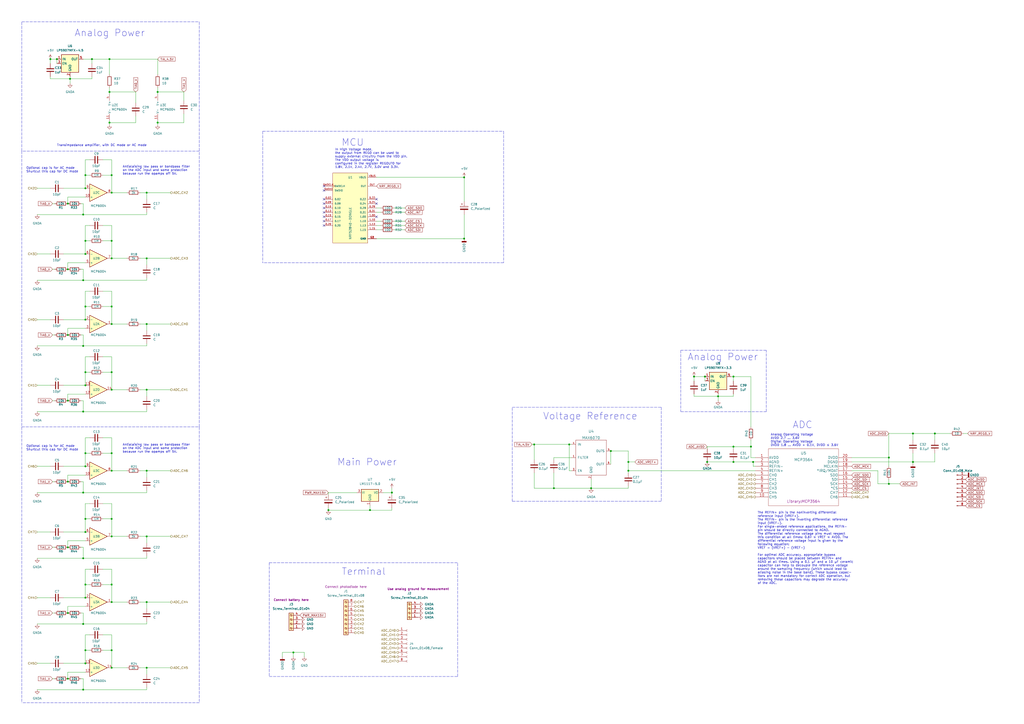
<source format=kicad_sch>
(kicad_sch (version 20211123) (generator eeschema)
  (paper "A2")
  (lib_symbols
    (symbol "Amplifier_Operational:MCP6004" (pin_names (offset 0.127))
      (property "Reference" "U" (at 0 5.08 0))
      (property "Value" "MCP6004" (at 0 -5.08 0))
      (symbol "MCP6004_1_1"
        (pin output line (at 7.62 0 180) (length 2.54) (name "~") (number "1"))
        (pin input line (at -7.62 -2.54 0) (length 2.54) (name "-") (number "2"))
        (pin input line (at -7.62 2.54 0) (length 2.54) (name "+") (number "3"))
      )
      (symbol "MCP6004_2_1"
        (pin input line (at -7.62 2.54 0) (length 2.54) (name "+") (number "5"))
        (pin input line (at -7.62 -2.54 0) (length 2.54) (name "-") (number "6"))
        (pin output line (at 7.62 0 180) (length 2.54) (name "~") (number "7"))
      )
      (symbol "MCP6004_3_1"
        (pin input line (at -7.62 2.54 0) (length 2.54) (name "+") (number "10"))
        (pin output line (at 7.62 0 180) (length 2.54) (name "~") (number "8"))
        (pin input line (at -7.62 -2.54 0) (length 2.54) (name "-") (number "9"))
      )
      (symbol "MCP6004_4_1"
        (pin input line (at -7.62 2.54 0) (length 2.54) (name "+") (number "12"))
        (pin input line (at -7.62 -2.54 0) (length 2.54) (name "-") (number "13"))
        (pin output line (at 7.62 0 180) (length 2.54) (name "~") (number "14"))
      )
      (symbol "MCP6004_5_1"
        (pin power_in line (at -2.54 -7.62 90) (length 3.81) (name "V-") (number "11"))
        (pin power_in line (at -2.54 7.62 270) (length 3.81) (name "V+") (number "4"))
      )
    )
    (symbol "Connector:Conn_01x08_Female" (pin_names (offset 1.016) hide)
      (property "Reference" "J" (at 0 10.16 0))
      (property "Value" "Conn_01x08_Female" (at 0 -12.7 0))
      (symbol "Conn_01x08_Female_1_1"
        (pin passive line (at -5.08 7.62 0) (length 3.81) (name "Pin_1") (number "1"))
        (pin passive line (at -5.08 5.08 0) (length 3.81) (name "Pin_2") (number "2"))
        (pin passive line (at -5.08 2.54 0) (length 3.81) (name "Pin_3") (number "3"))
        (pin passive line (at -5.08 0 0) (length 3.81) (name "Pin_4") (number "4"))
        (pin passive line (at -5.08 -2.54 0) (length 3.81) (name "Pin_5") (number "5"))
        (pin passive line (at -5.08 -5.08 0) (length 3.81) (name "Pin_6") (number "6"))
        (pin passive line (at -5.08 -7.62 0) (length 3.81) (name "Pin_7") (number "7"))
        (pin passive line (at -5.08 -10.16 0) (length 3.81) (name "Pin_8") (number "8"))
      )
    )
    (symbol "Connector:Conn_01x08_Male" (pin_names (offset 1.016) hide)
      (property "Reference" "J" (at 0 10.16 0))
      (property "Value" "Conn_01x08_Male" (at 0 -12.7 0))
      (symbol "Conn_01x08_Male_1_1"
        (pin passive line (at 5.08 7.62 180) (length 3.81) (name "Pin_1") (number "1"))
        (pin passive line (at 5.08 5.08 180) (length 3.81) (name "Pin_2") (number "2"))
        (pin passive line (at 5.08 2.54 180) (length 3.81) (name "Pin_3") (number "3"))
        (pin passive line (at 5.08 0 180) (length 3.81) (name "Pin_4") (number "4"))
        (pin passive line (at 5.08 -2.54 180) (length 3.81) (name "Pin_5") (number "5"))
        (pin passive line (at 5.08 -5.08 180) (length 3.81) (name "Pin_6") (number "6"))
        (pin passive line (at 5.08 -7.62 180) (length 3.81) (name "Pin_7") (number "7"))
        (pin passive line (at 5.08 -10.16 180) (length 3.81) (name "Pin_8") (number "8"))
      )
    )
    (symbol "Connector:Screw_Terminal_01x04" (pin_names (offset 1.016) hide)
      (property "Reference" "J" (at 0 5.08 0))
      (property "Value" "Screw_Terminal_01x04" (at 0 -7.62 0))
      (symbol "Screw_Terminal_01x04_1_1"
        (pin passive line (at -5.08 2.54 0) (length 3.81) (name "Pin_1") (number "1"))
        (pin passive line (at -5.08 0 0) (length 3.81) (name "Pin_2") (number "2"))
        (pin passive line (at -5.08 -2.54 0) (length 3.81) (name "Pin_3") (number "3"))
        (pin passive line (at -5.08 -5.08 0) (length 3.81) (name "Pin_4") (number "4"))
      )
    )
    (symbol "Connector:Screw_Terminal_01x08" (pin_names (offset 1.016) hide)
      (property "Reference" "J" (at 0 10.16 0))
      (property "Value" "Screw_Terminal_01x08" (at 0 -12.7 0))
      (symbol "Screw_Terminal_01x08_1_1"
        (pin passive line (at -5.08 7.62 0) (length 3.81) (name "Pin_1") (number "1"))
        (pin passive line (at -5.08 5.08 0) (length 3.81) (name "Pin_2") (number "2"))
        (pin passive line (at -5.08 2.54 0) (length 3.81) (name "Pin_3") (number "3"))
        (pin passive line (at -5.08 0 0) (length 3.81) (name "Pin_4") (number "4"))
        (pin passive line (at -5.08 -2.54 0) (length 3.81) (name "Pin_5") (number "5"))
        (pin passive line (at -5.08 -5.08 0) (length 3.81) (name "Pin_6") (number "6"))
        (pin passive line (at -5.08 -7.62 0) (length 3.81) (name "Pin_7") (number "7"))
        (pin passive line (at -5.08 -10.16 0) (length 3.81) (name "Pin_8") (number "8"))
      )
    )
    (symbol "Device:C" (pin_numbers hide) (pin_names (offset 0.254))
      (property "Reference" "C" (at 0.635 2.54 0))
      (property "Value" "C" (at 0.635 -2.54 0))
      (symbol "C_1_1"
        (pin passive line (at 0 3.81 270) (length 2.794) (name "~") (number "1"))
        (pin passive line (at 0 -3.81 90) (length 2.794) (name "~") (number "2"))
      )
    )
    (symbol "Device:C_Polarized" (pin_numbers hide) (pin_names (offset 0.254))
      (property "Reference" "C" (at 0.635 2.54 0))
      (property "Value" "C_Polarized" (at 0.635 -2.54 0))
      (symbol "C_Polarized_1_1"
        (pin passive line (at 0 3.81 270) (length 2.794) (name "~") (number "1"))
        (pin passive line (at 0 -3.81 90) (length 2.794) (name "~") (number "2"))
      )
    )
    (symbol "Device:R" (pin_numbers hide) (pin_names (offset 0))
      (property "Reference" "R" (at 2.032 0 90))
      (property "Value" "R" (at 0 0 90))
      (symbol "R_1_1"
        (pin passive line (at 0 3.81 270) (length 1.27) (name "~") (number "1"))
        (pin passive line (at 0 -3.81 90) (length 1.27) (name "~") (number "2"))
      )
    )
    (symbol "MCP3564:MCP3564" (pin_names (offset 0.254))
      (property "Reference" "U5" (at 27.94 2.54 0))
      (property "Value" "MCP3564" (at 27.94 -1.27 0))
      (property "Footprint" "Library:MCP3564" (at 27.94 6.096 0))
      (symbol "MCP3564_1_1"
        (pin power_in line (at 0 0 0) (length 7.62) (name "AVDD") (number "1"))
        (pin input line (at 0 -22.86 0) (length 7.62) (name "CH5") (number "10"))
        (pin input line (at 55.88 -22.86 180) (length 7.62) (name "CH6") (number "11"))
        (pin input line (at 55.88 -20.32 180) (length 7.62) (name "CH7") (number "12"))
        (pin input line (at 55.88 -17.78 180) (length 7.62) (name "*CS") (number "13"))
        (pin input line (at 55.88 -15.24 180) (length 7.62) (name "SCK") (number "14"))
        (pin input line (at 55.88 -12.7 180) (length 7.62) (name "SDI") (number "15"))
        (pin output line (at 55.88 -10.16 180) (length 7.62) (name "SDO") (number "16"))
        (pin output line (at 55.88 -7.62 180) (length 7.62) (name "*IRQ/MDAT") (number "17"))
        (pin bidirectional line (at 55.88 -5.08 180) (length 7.62) (name "MCLKIN") (number "18"))
        (pin power_in line (at 55.88 -2.54 180) (length 7.62) (name "DGND") (number "19"))
        (pin power_in line (at 0 -2.54 0) (length 7.62) (name "AGND") (number "2"))
        (pin power_in line (at 55.88 0 180) (length 7.62) (name "DVDD") (number "20"))
        (pin input line (at 0 -5.08 0) (length 7.62) (name "REFIN-") (number "3"))
        (pin input line (at 0 -7.62 0) (length 7.62) (name "REFIN+") (number "4"))
        (pin input line (at 0 -10.16 0) (length 7.62) (name "CH0") (number "5"))
        (pin input line (at 0 -12.7 0) (length 7.62) (name "CH1") (number "6"))
        (pin input line (at 0 -15.24 0) (length 7.62) (name "CH2") (number "7"))
        (pin input line (at 0 -17.78 0) (length 7.62) (name "CH3") (number "8"))
        (pin input line (at 0 -20.32 0) (length 7.62) (name "CH4") (number "9"))
      )
    )
    (symbol "NRF52840:NRF52840-DONGLE" (pin_names (offset 1.016))
      (property "Reference" "U" (at -10.16 21.082 0))
      (property "Value" "NRF52840-DONGLE" (at -10.16 -22.86 0))
      (symbol "NRF52840-DONGLE_0_0"
        (pin bidirectional line (at -15.24 5.08 0) (length 5.08) (name "0.02") (number "0.02"))
        (pin bidirectional line (at -15.24 2.54 0) (length 5.08) (name "0.09") (number "0.09"))
        (pin bidirectional line (at -15.24 0 0) (length 5.08) (name "0.10") (number "0.10"))
        (pin bidirectional line (at -15.24 -2.54 0) (length 5.08) (name "0.13") (number "0.13"))
        (pin bidirectional line (at -15.24 -5.08 0) (length 5.08) (name "0.15") (number "0.15"))
        (pin bidirectional line (at -15.24 -7.62 0) (length 5.08) (name "0.17") (number "0.17"))
        (pin bidirectional line (at -15.24 -10.16 0) (length 5.08) (name "0.20") (number "0.20"))
        (pin bidirectional line (at 15.24 5.08 180) (length 5.08) (name "0.22") (number "0.22"))
        (pin bidirectional line (at 15.24 2.54 180) (length 5.08) (name "0.24") (number "0.24"))
        (pin bidirectional line (at 15.24 0 180) (length 5.08) (name "0.29") (number "0.29"))
        (pin bidirectional line (at 15.24 -2.54 180) (length 5.08) (name "0.31") (number "0.31"))
        (pin bidirectional line (at 15.24 -5.08 180) (length 5.08) (name "1.00") (number "1.00"))
        (pin bidirectional line (at 15.24 -7.62 180) (length 5.08) (name "1.10") (number "1.10"))
        (pin bidirectional line (at 15.24 -10.16 180) (length 5.08) (name "1.13") (number "1.13"))
        (pin bidirectional line (at 15.24 -12.7 180) (length 5.08) (name "1.15") (number "1.15"))
        (pin power_in line (at 15.24 -17.78 180) (length 5.08) (name "GND") (number "G1"))
        (pin power_in line (at 15.24 -17.78 180) (length 5.08) (name "GND") (number "G2"))
        (pin power_in line (at 15.24 -17.78 180) (length 5.08) (name "GND") (number "G3"))
        (pin output line (at 15.24 12.7 180) (length 5.08) (name "OUT") (number "OUT"))
        (pin input clock (at -15.24 12.7 0) (length 5.08) (name "SWDCLK") (number "SWDCLK"))
        (pin bidirectional line (at -15.24 10.16 0) (length 5.08) (name "SWDIO") (number "SWDIO"))
        (pin power_in line (at 15.24 17.78 180) (length 5.08) (name "VBUS") (number "VBUS"))
      )
    )
    (symbol "Regulator_Linear:LM1117-5.0" (pin_names (offset 0.254))
      (property "Reference" "U" (at -3.81 3.175 0))
      (property "Value" "LM1117-5.0" (at 0 3.175 0))
      (symbol "LM1117-5.0_1_1"
        (pin power_in line (at 0 -7.62 90) (length 2.54) (name "GND") (number "1"))
        (pin power_out line (at 7.62 0 180) (length 2.54) (name "VO") (number "2"))
        (pin power_in line (at -7.62 0 0) (length 2.54) (name "VI") (number "3"))
      )
    )
    (symbol "Regulator_Linear:LP5907MFX-3.3"
      (property "Reference" "U" (at -3.81 6.35 0))
      (property "Value" "LP5907MFX-3.3" (at 6.35 6.35 0))
      (symbol "LP5907MFX-3.3_0_1"
        (pin power_in line (at -7.62 2.54 0) (length 2.54) (name "IN") (number "1"))
        (pin power_in line (at 0 -7.62 90) (length 2.54) (name "GND") (number "2"))
        (pin input line (at -7.62 0 0) (length 2.54) (name "EN") (number "3"))
        (pin no_connect line (at 5.08 0 180) (length 2.54) hide (name "NC") (number "4"))
        (pin power_out line (at 7.62 2.54 180) (length 2.54) (name "OUT") (number "5"))
      )
    )
    (symbol "Regulator_Linear:LP5907MFX-4.5"
      (property "Reference" "U" (at -3.81 6.35 0))
      (property "Value" "LP5907MFX-4.5" (at 6.35 6.35 0))
      (symbol "LP5907MFX-4.5_0_1"
        (pin power_in line (at -7.62 2.54 0) (length 2.54) (name "IN") (number "1"))
        (pin power_in line (at 0 -7.62 90) (length 2.54) (name "GND") (number "2"))
        (pin input line (at -7.62 0 0) (length 2.54) (name "EN") (number "3"))
        (pin no_connect line (at 5.08 0 180) (length 2.54) hide (name "NC") (number "4"))
        (pin power_out line (at 7.62 2.54 180) (length 2.54) (name "OUT") (number "5"))
      )
    )
    (symbol "max6070:MAX6070" (pin_names (offset 1.016))
      (property "Reference" "U" (at -8.89 11.43 0))
      (property "Value" "MAX6070" (at 8.89 11.43 0))
      (symbol "MAX6070_1_1"
        (pin passive line (at -11.43 0 0) (length 2.54) (name "FILTER") (number "1"))
        (pin power_in line (at 0 -12.7 90) (length 2.54) (name "GND") (number "2"))
        (pin input line (at -11.43 -7.62 0) (length 2.54) (name "EN") (number "3"))
        (pin power_in line (at -11.43 7.62 0) (length 2.54) (name "IN") (number "4"))
        (pin passive line (at 11.43 3.81 180) (length 2.54) (name "OUTS") (number "5"))
        (pin power_out line (at 11.43 -3.81 180) (length 2.54) (name "OUTF") (number "6"))
      )
    )
    (symbol "power:+5V" (power) (pin_names (offset 0))
      (property "Value" "+5V" (at 0 3.556 0))
      (symbol "+5V_1_1"
        (pin power_in line (at 0 0 90) (length 0) hide (name "+5V") (number "1"))
      )
    )
    (symbol "power:GND" (power) (pin_names (offset 0))
      (property "Value" "GND" (at 0 -3.81 0))
      (symbol "GND_1_1"
        (pin power_in line (at 0 0 270) (length 0) hide (name "GND") (number "1"))
      )
    )
    (symbol "power:GNDA" (power) (pin_names (offset 0))
      (property "Value" "GNDA" (at 0 -3.81 0))
      (symbol "GNDA_1_1"
        (pin power_in line (at 0 0 270) (length 0) hide (name "GNDA") (number "1"))
      )
    )
    (symbol "power:GNDD" (power) (pin_names (offset 0))
      (property "Value" "GNDD" (at 0 -3.175 0))
      (symbol "GNDD_1_1"
        (pin power_in line (at 0 0 270) (length 0) hide (name "GNDD") (number "1"))
      )
    )
  )
  (junction (at 48.26 238.76))
  (junction (at 91.44 71.12))
  (junction (at 53.34 34.29))
  (junction (at 85.09 387.35))
  (junction (at 49.53 339.09))
  (junction (at 49.53 185.42))
  (junction (at 309.88 257.81))
  (junction (at 170.18 378.46))
  (junction (at 515.62 265.43))
  (junction (at 227.33 285.75))
  (junction (at 29.21 34.29))
  (junction (at 364.49 267.97))
  (junction (at 49.53 308.61))
  (junction (at 85.09 149.86))
  (junction (at 48.26 124.46))
  (junction (at 39.37 232.41))
  (junction (at 330.2 257.81))
  (junction (at 402.59 218.44))
  (junction (at 436.88 267.97))
  (junction (at 39.37 355.6))
  (junction (at 49.53 215.9))
  (junction (at 515.62 280.67))
  (junction (at 39.37 194.31))
  (junction (at 48.26 400.05))
  (junction (at 33.02 34.29))
  (junction (at 49.53 109.22))
  (junction (at 64.77 111.76))
  (junction (at 529.59 267.97))
  (junction (at 342.9 283.21))
  (junction (at 64.77 149.86))
  (junction (at 39.37 118.11))
  (junction (at 425.45 218.44))
  (junction (at 64.77 300.99))
  (junction (at 364.49 273.05))
  (junction (at 410.21 267.97))
  (junction (at 63.5 71.12))
  (junction (at 269.24 102.87))
  (junction (at 64.77 387.35))
  (junction (at 416.56 229.87))
  (junction (at 85.09 187.96))
  (junction (at 190.5 295.91))
  (junction (at 48.26 162.56))
  (junction (at 64.77 262.89))
  (junction (at 64.77 177.8))
  (junction (at 64.77 377.19))
  (junction (at 64.77 139.7))
  (junction (at 529.59 251.46))
  (junction (at 64.77 187.96))
  (junction (at 39.37 393.7))
  (junction (at 425.45 267.97))
  (junction (at 85.09 111.76))
  (junction (at 64.77 349.25))
  (junction (at 435.61 259.08))
  (junction (at 321.31 283.21))
  (junction (at 64.77 339.09))
  (junction (at 49.53 270.51))
  (junction (at 39.37 317.5))
  (junction (at 354.33 261.62))
  (junction (at 49.53 262.89))
  (junction (at 269.24 138.43))
  (junction (at 49.53 177.8))
  (junction (at 49.53 223.52))
  (junction (at 85.09 226.06))
  (junction (at 64.77 226.06))
  (junction (at 39.37 279.4))
  (junction (at 542.29 251.46))
  (junction (at 49.53 384.81))
  (junction (at 85.09 311.15))
  (junction (at 64.77 101.6))
  (junction (at 63.5 34.29))
  (junction (at 408.94 218.44))
  (junction (at 64.77 311.15))
  (junction (at 49.53 101.6))
  (junction (at 91.44 53.34))
  (junction (at 49.53 139.7))
  (junction (at 85.09 349.25))
  (junction (at 85.09 273.05))
  (junction (at 425.45 259.08))
  (junction (at 64.77 215.9))
  (junction (at 63.5 53.34))
  (junction (at 48.26 323.85))
  (junction (at 49.53 300.99))
  (junction (at 48.26 285.75))
  (junction (at 49.53 147.32))
  (junction (at 48.26 200.66))
  (junction (at 48.26 361.95))
  (junction (at 214.63 295.91))
  (junction (at 64.77 273.05))
  (junction (at 40.64 45.72))
  (junction (at 39.37 156.21))
  (junction (at 49.53 346.71))
  (junction (at 49.53 377.19))
  (no_connect (at 218.44 118.11))
  (no_connect (at 218.44 115.57))
  (no_connect (at 187.96 130.81))
  (no_connect (at 187.96 128.27))
  (no_connect (at 187.96 125.73))
  (no_connect (at 187.96 123.19))
  (no_connect (at 187.96 110.49))
  (no_connect (at 187.96 107.95))
  (no_connect (at 218.44 125.73))
  (no_connect (at 187.96 115.57))
  (no_connect (at 187.96 120.65))
  (no_connect (at 187.96 118.11))
  (polyline (pts (xy 115.57 407.67) (xy 12.7 407.67)))
  (wire (pts (xy 29.21 45.72) (xy 29.21 44.45)))
  (wire (pts (xy 46.99 194.31) (xy 48.26 194.31)))
  (wire (pts (xy 64.77 254) (xy 59.69 254)))
  (wire (pts (xy 49.53 92.71) (xy 49.53 101.6)))
  (wire (pts (xy 529.59 251.46) (xy 529.59 255.27)))
  (wire (pts (xy 214.63 295.91) (xy 227.33 295.91)))
  (wire (pts (xy 309.88 283.21) (xy 309.88 274.32)))
  (wire (pts (xy 342.9 278.13) (xy 342.9 283.21)))
  (wire (pts (xy 49.53 190.5) (xy 39.37 190.5)))
  (wire (pts (xy 49.53 313.69) (xy 39.37 313.69)))
  (wire (pts (xy 64.77 207.01) (xy 64.77 215.9)))
  (wire (pts (xy 220.98 123.19) (xy 218.44 123.19)))
  (wire (pts (xy 48.26 34.29) (xy 53.34 34.29)))
  (polyline (pts (xy 152.4 76.2) (xy 292.1 76.2)))
  (wire (pts (xy 364.49 274.32) (xy 364.49 273.05)))
  (wire (pts (xy 36.83 308.61) (xy 49.53 308.61)))
  (wire (pts (xy 59.69 101.6) (xy 64.77 101.6)))
  (wire (pts (xy 52.07 207.01) (xy 49.53 207.01)))
  (wire (pts (xy 64.77 215.9) (xy 64.77 226.06)))
  (wire (pts (xy 85.09 199.39) (xy 85.09 200.66)))
  (wire (pts (xy 31.75 317.5) (xy 30.48 317.5)))
  (wire (pts (xy 48.26 317.5) (xy 48.26 323.85)))
  (wire (pts (xy 354.33 261.62) (xy 354.33 269.24)))
  (wire (pts (xy 435.61 255.27) (xy 435.61 259.08)))
  (wire (pts (xy 48.26 194.31) (xy 48.26 200.66)))
  (wire (pts (xy 53.34 45.72) (xy 53.34 44.45)))
  (wire (pts (xy 494.03 273.05) (xy 509.27 273.05)))
  (wire (pts (xy 49.53 351.79) (xy 39.37 351.79)))
  (wire (pts (xy 364.49 273.05) (xy 438.15 273.05)))
  (wire (pts (xy 64.77 330.2) (xy 64.77 339.09)))
  (polyline (pts (xy 12.7 247.65) (xy 12.7 407.67)))
  (wire (pts (xy 59.69 139.7) (xy 64.77 139.7)))
  (wire (pts (xy 36.83 147.32) (xy 49.53 147.32)))
  (wire (pts (xy 59.69 339.09) (xy 64.77 339.09)))
  (polyline (pts (xy 444.5 203.2) (xy 394.97 203.2)))
  (wire (pts (xy 52.07 292.1) (xy 49.53 292.1)))
  (wire (pts (xy 21.59 109.22) (xy 29.21 109.22)))
  (wire (pts (xy 425.45 218.44) (xy 435.61 218.44)))
  (wire (pts (xy 64.77 139.7) (xy 64.77 149.86)))
  (wire (pts (xy 48.26 200.66) (xy 85.09 200.66)))
  (polyline (pts (xy 12.7 87.63) (xy 12.7 247.65)))
  (wire (pts (xy 33.02 34.29) (xy 33.02 36.83)))
  (wire (pts (xy 515.62 278.13) (xy 515.62 280.67)))
  (wire (pts (xy 321.31 265.43) (xy 321.31 266.7)))
  (wire (pts (xy 228.6 120.65) (xy 234.95 120.65)))
  (wire (pts (xy 21.59 308.61) (xy 29.21 308.61)))
  (wire (pts (xy 91.44 50.8) (xy 91.44 53.34)))
  (wire (pts (xy 49.53 168.91) (xy 49.53 177.8)))
  (wire (pts (xy 190.5 295.91) (xy 214.63 295.91)))
  (wire (pts (xy 308.61 257.81) (xy 309.88 257.81)))
  (wire (pts (xy 39.37 152.4) (xy 39.37 156.21)))
  (wire (pts (xy 52.07 168.91) (xy 49.53 168.91)))
  (wire (pts (xy 402.59 229.87) (xy 416.56 229.87)))
  (wire (pts (xy 31.75 118.11) (xy 30.48 118.11)))
  (wire (pts (xy 91.44 43.18) (xy 91.44 34.29)))
  (wire (pts (xy 330.2 257.81) (xy 331.47 257.81)))
  (polyline (pts (xy 152.4 76.2) (xy 152.4 152.4)))
  (wire (pts (xy 494.03 265.43) (xy 515.62 265.43)))
  (wire (pts (xy 408.94 218.44) (xy 408.94 220.98)))
  (wire (pts (xy 402.59 218.44) (xy 402.59 220.98)))
  (wire (pts (xy 36.83 223.52) (xy 49.53 223.52)))
  (wire (pts (xy 342.9 283.21) (xy 321.31 283.21)))
  (wire (pts (xy 416.56 228.6) (xy 416.56 229.87)))
  (wire (pts (xy 85.09 226.06) (xy 85.09 229.87)))
  (wire (pts (xy 425.45 267.97) (xy 436.88 267.97)))
  (wire (pts (xy 81.28 149.86) (xy 85.09 149.86)))
  (wire (pts (xy 410.21 259.08) (xy 425.45 259.08)))
  (wire (pts (xy 342.9 283.21) (xy 364.49 283.21)))
  (wire (pts (xy 435.61 265.43) (xy 435.61 259.08)))
  (wire (pts (xy 410.21 259.08) (xy 410.21 260.35)))
  (wire (pts (xy 73.66 226.06) (xy 64.77 226.06)))
  (polyline (pts (xy 444.5 238.76) (xy 444.5 203.2)))
  (wire (pts (xy 49.53 292.1) (xy 49.53 300.99)))
  (wire (pts (xy 59.69 262.89) (xy 64.77 262.89)))
  (wire (pts (xy 53.34 34.29) (xy 63.5 34.29)))
  (wire (pts (xy 425.45 218.44) (xy 425.45 220.98)))
  (wire (pts (xy 21.59 400.05) (xy 48.26 400.05)))
  (wire (pts (xy 53.34 34.29) (xy 53.34 36.83)))
  (wire (pts (xy 49.53 207.01) (xy 49.53 215.9)))
  (wire (pts (xy 81.28 226.06) (xy 85.09 226.06)))
  (wire (pts (xy 424.18 218.44) (xy 425.45 218.44)))
  (wire (pts (xy 81.28 387.35) (xy 85.09 387.35)))
  (wire (pts (xy 63.5 34.29) (xy 91.44 34.29)))
  (wire (pts (xy 64.77 254) (xy 64.77 262.89)))
  (wire (pts (xy 64.77 368.3) (xy 59.69 368.3)))
  (wire (pts (xy 40.64 48.26) (xy 40.64 45.72)))
  (wire (pts (xy 49.53 152.4) (xy 39.37 152.4)))
  (wire (pts (xy 49.53 300.99) (xy 52.07 300.99)))
  (wire (pts (xy 46.99 118.11) (xy 48.26 118.11)))
  (wire (pts (xy 85.09 349.25) (xy 99.06 349.25)))
  (wire (pts (xy 228.6 123.19) (xy 234.95 123.19)))
  (wire (pts (xy 39.37 275.59) (xy 39.37 279.4)))
  (wire (pts (xy 106.68 71.12) (xy 106.68 66.04)))
  (wire (pts (xy 49.53 177.8) (xy 49.53 185.42)))
  (polyline (pts (xy 394.97 238.76) (xy 444.5 238.76)))
  (polyline (pts (xy 292.1 152.4) (xy 152.4 152.4)))
  (wire (pts (xy 529.59 251.46) (xy 515.62 251.46)))
  (wire (pts (xy 21.59 384.81) (xy 29.21 384.81)))
  (wire (pts (xy 425.45 229.87) (xy 425.45 228.6)))
  (wire (pts (xy 85.09 187.96) (xy 99.06 187.96)))
  (polyline (pts (xy 156.21 392.43) (xy 265.43 392.43)))
  (wire (pts (xy 46.99 232.41) (xy 48.26 232.41)))
  (wire (pts (xy 190.5 287.02) (xy 190.5 285.75)))
  (wire (pts (xy 85.09 322.58) (xy 85.09 323.85)))
  (wire (pts (xy 85.09 273.05) (xy 99.06 273.05)))
  (wire (pts (xy 529.59 251.46) (xy 542.29 251.46)))
  (wire (pts (xy 21.59 238.76) (xy 48.26 238.76)))
  (wire (pts (xy 21.59 185.42) (xy 29.21 185.42)))
  (wire (pts (xy 49.53 262.89) (xy 49.53 270.51)))
  (wire (pts (xy 331.47 265.43) (xy 321.31 265.43)))
  (wire (pts (xy 33.02 34.29) (xy 29.21 34.29)))
  (wire (pts (xy 228.6 133.35) (xy 234.95 133.35)))
  (wire (pts (xy 85.09 237.49) (xy 85.09 238.76)))
  (wire (pts (xy 49.53 262.89) (xy 52.07 262.89)))
  (wire (pts (xy 368.3 267.97) (xy 364.49 267.97)))
  (wire (pts (xy 31.75 279.4) (xy 30.48 279.4)))
  (wire (pts (xy 49.53 130.81) (xy 49.53 139.7)))
  (wire (pts (xy 190.5 294.64) (xy 190.5 295.91)))
  (wire (pts (xy 36.83 185.42) (xy 49.53 185.42)))
  (polyline (pts (xy 156.21 326.39) (xy 265.43 326.39)))
  (wire (pts (xy 21.59 223.52) (xy 29.21 223.52)))
  (wire (pts (xy 59.69 177.8) (xy 64.77 177.8)))
  (wire (pts (xy 85.09 387.35) (xy 85.09 391.16)))
  (wire (pts (xy 49.53 101.6) (xy 52.07 101.6)))
  (wire (pts (xy 410.21 267.97) (xy 425.45 267.97)))
  (wire (pts (xy 48.26 323.85) (xy 85.09 323.85)))
  (wire (pts (xy 49.53 114.3) (xy 39.37 114.3)))
  (wire (pts (xy 73.66 349.25) (xy 64.77 349.25)))
  (wire (pts (xy 64.77 92.71) (xy 59.69 92.71)))
  (wire (pts (xy 81.28 187.96) (xy 85.09 187.96)))
  (wire (pts (xy 435.61 259.08) (xy 425.45 259.08)))
  (wire (pts (xy 85.09 161.29) (xy 85.09 162.56)))
  (wire (pts (xy 85.09 226.06) (xy 99.06 226.06)))
  (wire (pts (xy 48.26 232.41) (xy 48.26 238.76)))
  (wire (pts (xy 85.09 398.78) (xy 85.09 400.05)))
  (wire (pts (xy 509.27 280.67) (xy 515.62 280.67)))
  (wire (pts (xy 64.77 168.91) (xy 64.77 177.8)))
  (wire (pts (xy 220.98 128.27) (xy 218.44 128.27)))
  (wire (pts (xy 52.07 92.71) (xy 49.53 92.71)))
  (wire (pts (xy 106.68 53.34) (xy 91.44 53.34)))
  (wire (pts (xy 46.99 393.7) (xy 48.26 393.7)))
  (wire (pts (xy 39.37 114.3) (xy 39.37 118.11)))
  (wire (pts (xy 321.31 274.32) (xy 321.31 283.21)))
  (wire (pts (xy 49.53 339.09) (xy 49.53 346.71)))
  (wire (pts (xy 64.77 262.89) (xy 64.77 273.05)))
  (wire (pts (xy 542.29 251.46) (xy 542.29 255.27)))
  (wire (pts (xy 73.66 273.05) (xy 64.77 273.05)))
  (wire (pts (xy 402.59 229.87) (xy 402.59 228.6)))
  (wire (pts (xy 48.26 400.05) (xy 85.09 400.05)))
  (wire (pts (xy 220.98 133.35) (xy 218.44 133.35)))
  (wire (pts (xy 218.44 102.87) (xy 269.24 102.87)))
  (wire (pts (xy 46.99 355.6) (xy 48.26 355.6)))
  (wire (pts (xy 52.07 330.2) (xy 49.53 330.2)))
  (wire (pts (xy 81.28 311.15) (xy 85.09 311.15)))
  (wire (pts (xy 64.77 292.1) (xy 59.69 292.1)))
  (wire (pts (xy 39.37 190.5) (xy 39.37 194.31)))
  (wire (pts (xy 46.99 156.21) (xy 48.26 156.21)))
  (wire (pts (xy 63.5 34.29) (xy 63.5 43.18)))
  (wire (pts (xy 21.59 162.56) (xy 48.26 162.56)))
  (wire (pts (xy 438.15 265.43) (xy 435.61 265.43)))
  (polyline (pts (xy 12.7 12.7) (xy 115.57 12.7)))
  (polyline (pts (xy 12.7 247.65) (xy 115.57 247.65)))
  (wire (pts (xy 85.09 111.76) (xy 85.09 115.57)))
  (wire (pts (xy 228.6 128.27) (xy 234.95 128.27)))
  (wire (pts (xy 321.31 283.21) (xy 309.88 283.21)))
  (polyline (pts (xy 297.18 236.22) (xy 383.54 236.22)))
  (wire (pts (xy 73.66 387.35) (xy 64.77 387.35)))
  (polyline (pts (xy 297.18 290.83) (xy 297.18 236.22)))
  (wire (pts (xy 36.83 346.71) (xy 49.53 346.71)))
  (wire (pts (xy 64.77 130.81) (xy 59.69 130.81)))
  (wire (pts (xy 85.09 311.15) (xy 85.09 314.96)))
  (wire (pts (xy 63.5 71.12) (xy 63.5 69.85)))
  (wire (pts (xy 220.98 130.81) (xy 218.44 130.81)))
  (wire (pts (xy 49.53 139.7) (xy 52.07 139.7)))
  (wire (pts (xy 64.77 300.99) (xy 64.77 311.15)))
  (wire (pts (xy 227.33 285.75) (xy 227.33 287.02)))
  (wire (pts (xy 49.53 339.09) (xy 52.07 339.09)))
  (wire (pts (xy 494.03 267.97) (xy 529.59 267.97)))
  (wire (pts (xy 330.2 257.81) (xy 330.2 273.05)))
  (wire (pts (xy 46.99 279.4) (xy 48.26 279.4)))
  (wire (pts (xy 176.53 378.46) (xy 170.18 378.46)))
  (wire (pts (xy 48.26 238.76) (xy 85.09 238.76)))
  (wire (pts (xy 63.5 72.39) (xy 63.5 71.12)))
  (wire (pts (xy 49.53 139.7) (xy 49.53 147.32)))
  (wire (pts (xy 85.09 349.25) (xy 85.09 353.06)))
  (wire (pts (xy 46.99 317.5) (xy 48.26 317.5)))
  (wire (pts (xy 49.53 215.9) (xy 49.53 223.52)))
  (wire (pts (xy 190.5 285.75) (xy 207.01 285.75)))
  (wire (pts (xy 21.59 124.46) (xy 48.26 124.46)))
  (wire (pts (xy 425.45 259.08) (xy 425.45 260.35)))
  (wire (pts (xy 39.37 351.79) (xy 39.37 355.6)))
  (polyline (pts (xy 115.57 247.65) (xy 115.57 87.63)))
  (wire (pts (xy 64.77 207.01) (xy 59.69 207.01)))
  (wire (pts (xy 364.49 261.62) (xy 364.49 267.97)))
  (wire (pts (xy 438.15 270.51) (xy 436.88 270.51)))
  (wire (pts (xy 64.77 168.91) (xy 59.69 168.91)))
  (wire (pts (xy 81.28 111.76) (xy 85.09 111.76)))
  (wire (pts (xy 529.59 262.89) (xy 529.59 267.97)))
  (wire (pts (xy 435.61 247.65) (xy 435.61 218.44)))
  (wire (pts (xy 52.07 254) (xy 49.53 254)))
  (polyline (pts (xy 292.1 76.2) (xy 292.1 152.4)))
  (wire (pts (xy 48.26 156.21) (xy 48.26 162.56)))
  (wire (pts (xy 49.53 377.19) (xy 52.07 377.19)))
  (polyline (pts (xy 383.54 290.83) (xy 297.18 290.83)))
  (wire (pts (xy 36.83 384.81) (xy 49.53 384.81)))
  (wire (pts (xy 227.33 295.91) (xy 227.33 294.64)))
  (wire (pts (xy 425.45 229.87) (xy 416.56 229.87)))
  (wire (pts (xy 558.8 251.46) (xy 561.34 251.46)))
  (wire (pts (xy 85.09 187.96) (xy 85.09 191.77)))
  (wire (pts (xy 73.66 111.76) (xy 64.77 111.76)))
  (wire (pts (xy 52.07 130.81) (xy 49.53 130.81)))
  (polyline (pts (xy 383.54 236.22) (xy 383.54 290.83)))
  (wire (pts (xy 85.09 149.86) (xy 99.06 149.86)))
  (wire (pts (xy 91.44 71.12) (xy 106.68 71.12)))
  (wire (pts (xy 542.29 262.89) (xy 542.29 267.97)))
  (polyline (pts (xy 394.97 203.2) (xy 394.97 238.76)))
  (wire (pts (xy 48.26 361.95) (xy 85.09 361.95)))
  (wire (pts (xy 176.53 381) (xy 176.53 378.46)))
  (wire (pts (xy 73.66 149.86) (xy 64.77 149.86)))
  (wire (pts (xy 21.59 200.66) (xy 48.26 200.66)))
  (wire (pts (xy 309.88 257.81) (xy 309.88 266.7)))
  (polyline (pts (xy 115.57 247.65) (xy 115.57 407.67)))
  (wire (pts (xy 73.66 311.15) (xy 64.77 311.15)))
  (wire (pts (xy 91.44 71.12) (xy 91.44 69.85)))
  (polyline (pts (xy 156.21 326.39) (xy 156.21 392.43)))
  (wire (pts (xy 64.77 339.09) (xy 64.77 349.25)))
  (wire (pts (xy 21.59 270.51) (xy 29.21 270.51)))
  (wire (pts (xy 354.33 261.62) (xy 364.49 261.62)))
  (wire (pts (xy 228.6 130.81) (xy 234.95 130.81)))
  (wire (pts (xy 21.59 361.95) (xy 48.26 361.95)))
  (wire (pts (xy 21.59 323.85) (xy 48.26 323.85)))
  (wire (pts (xy 21.59 285.75) (xy 48.26 285.75)))
  (wire (pts (xy 52.07 368.3) (xy 49.53 368.3)))
  (wire (pts (xy 21.59 346.71) (xy 29.21 346.71)))
  (wire (pts (xy 48.26 279.4) (xy 48.26 285.75)))
  (wire (pts (xy 269.24 124.46) (xy 269.24 138.43)))
  (wire (pts (xy 49.53 101.6) (xy 49.53 109.22)))
  (wire (pts (xy 59.69 300.99) (xy 64.77 300.99)))
  (wire (pts (xy 227.33 285.75) (xy 227.33 283.21)))
  (wire (pts (xy 64.77 177.8) (xy 64.77 187.96)))
  (wire (pts (xy 49.53 228.6) (xy 39.37 228.6)))
  (wire (pts (xy 63.5 53.34) (xy 78.74 53.34)))
  (wire (pts (xy 214.63 293.37) (xy 214.63 295.91)))
  (wire (pts (xy 78.74 53.34) (xy 78.74 59.69)))
  (wire (pts (xy 170.18 378.46) (xy 163.83 378.46)))
  (wire (pts (xy 73.66 187.96) (xy 64.77 187.96)))
  (wire (pts (xy 81.28 273.05) (xy 85.09 273.05)))
  (wire (pts (xy 529.59 267.97) (xy 529.59 269.24)))
  (wire (pts (xy 48.26 124.46) (xy 85.09 124.46)))
  (wire (pts (xy 85.09 273.05) (xy 85.09 276.86)))
  (wire (pts (xy 64.77 368.3) (xy 64.77 377.19)))
  (wire (pts (xy 48.26 118.11) (xy 48.26 124.46)))
  (wire (pts (xy 21.59 147.32) (xy 29.21 147.32)))
  (wire (pts (xy 40.64 44.45) (xy 40.64 45.72)))
  (wire (pts (xy 78.74 71.12) (xy 63.5 71.12)))
  (wire (pts (xy 85.09 387.35) (xy 99.06 387.35)))
  (wire (pts (xy 36.83 109.22) (xy 49.53 109.22)))
  (wire (pts (xy 31.75 156.21) (xy 30.48 156.21)))
  (wire (pts (xy 59.69 215.9) (xy 64.77 215.9)))
  (wire (pts (xy 63.5 53.34) (xy 63.5 54.61)))
  (wire (pts (xy 63.5 50.8) (xy 63.5 53.34)))
  (wire (pts (xy 515.62 251.46) (xy 515.62 265.43)))
  (wire (pts (xy 49.53 368.3) (xy 49.53 377.19)))
  (wire (pts (xy 542.29 251.46) (xy 551.18 251.46)))
  (wire (pts (xy 64.77 292.1) (xy 64.77 300.99)))
  (wire (pts (xy 64.77 92.71) (xy 64.77 101.6)))
  (wire (pts (xy 29.21 45.72) (xy 40.64 45.72)))
  (wire (pts (xy 163.83 378.46) (xy 163.83 381)))
  (wire (pts (xy 31.75 393.7) (xy 30.48 393.7)))
  (wire (pts (xy 49.53 254) (xy 49.53 262.89)))
  (wire (pts (xy 48.26 162.56) (xy 85.09 162.56)))
  (wire (pts (xy 31.75 194.31) (xy 30.48 194.31)))
  (polyline (pts (xy 12.7 87.63) (xy 12.7 12.7)))
  (wire (pts (xy 515.62 280.67) (xy 521.97 280.67)))
  (wire (pts (xy 64.77 330.2) (xy 59.69 330.2)))
  (wire (pts (xy 48.26 393.7) (xy 48.26 400.05)))
  (wire (pts (xy 85.09 284.48) (xy 85.09 285.75)))
  (wire (pts (xy 85.09 149.86) (xy 85.09 153.67)))
  (wire (pts (xy 269.24 102.87) (xy 269.24 116.84)))
  (wire (pts (xy 91.44 53.34) (xy 91.44 54.61)))
  (wire (pts (xy 542.29 267.97) (xy 529.59 267.97)))
  (wire (pts (xy 85.09 311.15) (xy 99.06 311.15)))
  (wire (pts (xy 48.26 355.6) (xy 48.26 361.95)))
  (wire (pts (xy 31.75 232.41) (xy 30.48 232.41)))
  (wire (pts (xy 91.44 72.39) (xy 91.44 71.12)))
  (wire (pts (xy 78.74 67.31) (xy 78.74 71.12)))
  (wire (pts (xy 331.47 273.05) (xy 330.2 273.05)))
  (wire (pts (xy 85.09 111.76) (xy 99.06 111.76)))
  (wire (pts (xy 53.34 45.72) (xy 40.64 45.72)))
  (wire (pts (xy 106.68 58.42) (xy 106.68 53.34)))
  (wire (pts (xy 49.53 275.59) (xy 39.37 275.59)))
  (wire (pts (xy 49.53 330.2) (xy 49.53 339.09)))
  (wire (pts (xy 364.49 283.21) (xy 364.49 281.94)))
  (wire (pts (xy 416.56 232.41) (xy 416.56 229.87)))
  (wire (pts (xy 220.98 120.65) (xy 218.44 120.65)))
  (wire (pts (xy 170.18 381) (xy 170.18 378.46)))
  (wire (pts (xy 49.53 389.89) (xy 39.37 389.89)))
  (wire (pts (xy 85.09 360.68) (xy 85.09 361.95)))
  (polyline (pts (xy 115.57 12.7) (xy 115.57 87.63)))
  (wire (pts (xy 222.25 285.75) (xy 227.33 285.75)))
  (wire (pts (xy 436.88 270.51) (xy 436.88 267.97)))
  (wire (pts (xy 39.37 313.69) (xy 39.37 317.5)))
  (wire (pts (xy 81.28 349.25) (xy 85.09 349.25)))
  (polyline (pts (xy 115.57 87.63) (xy 12.7 87.63)))
  (polyline (pts (xy 265.43 392.43) (xy 265.43 326.39)))
  (wire (pts (xy 49.53 300.99) (xy 49.53 308.61)))
  (wire (pts (xy 59.69 377.19) (xy 64.77 377.19)))
  (wire (pts (xy 48.26 285.75) (xy 85.09 285.75)))
  (wire (pts (xy 49.53 177.8) (xy 52.07 177.8)))
  (wire (pts (xy 85.09 123.19) (xy 85.09 124.46)))
  (wire (pts (xy 39.37 228.6) (xy 39.37 232.41)))
  (wire (pts (xy 218.44 138.43) (xy 269.24 138.43)))
  (wire (pts (xy 64.77 377.19) (xy 64.77 387.35)))
  (wire (pts (xy 509.27 273.05) (xy 509.27 280.67)))
  (wire (pts (xy 364.49 267.97) (xy 364.49 273.05)))
  (wire (pts (xy 515.62 265.43) (xy 515.62 270.51)))
  (wire (pts (xy 49.53 377.19) (xy 49.53 384.81)))
  (wire (pts (xy 36.83 270.51) (xy 49.53 270.51)))
  (wire (pts (xy 64.77 130.81) (xy 64.77 139.7)))
  (wire (pts (xy 436.88 267.97) (xy 438.15 267.97)))
  (wire (pts (xy 309.88 257.81) (xy 330.2 257.81)))
  (wire (pts (xy 64.77 101.6) (xy 64.77 111.76)))
  (wire (pts (xy 31.75 355.6) (xy 30.48 355.6)))
  (wire (pts (xy 49.53 215.9) (xy 52.07 215.9)))
  (wire (pts (xy 29.21 34.29) (xy 29.21 36.83)))
  (wire (pts (xy 39.37 389.89) (xy 39.37 393.7)))
  (wire (pts (xy 408.94 218.44) (xy 402.59 218.44)))
  (text "The REFIN+ pin is the noninverting differential\nreference input (VREF+).\nThe REFIN- pin is the inverting differential reference\ninput (VREF-).\nFor single-ended reference applications, the REFIN-\npin should be directly connected to AGND.\nThe differential reference voltage pins must respect\nthis condition at all times: 0.6V ≤ VREF ≤ AVDD. The\ndifferential reference voltage input is given by the\nfollowing equation:\nVREF = (VREF+) - (VREF-)\n\nFor optimal ADC accuracy, appropriate bypass\ncapacitors should be placed between REFIN+ and\nAGND at all times. Using a 0.1 µF and a 10 µF ceramic\ncapacitor can help to decouple the reference voltage\naround the sampling frequency (which would lead to\naliasing noise in the base band). These bypass capac-\nitors are not mandatory for correct ADC operation, but\nremoving these capacitors may degrade the accuracy\nof the ADC." (at 439.42 339.09 0) (effects (font (size 1.27 1.27)) (justify left bottom)))
  (text "Transimpedance amplifier, with DC mode or AC mode" (at 33.02 85.09 0) (effects (font (size 1.27 1.27)) (justify left bottom)))
  (text "Antialaising low pass or bandpass filter \non the ADC input and some protection \nbecause run the opamps off 5V.  " (at 71.12 101.6 0) (effects (font (size 1.27 1.27)) (justify left bottom)))
  (text "Main Power" (at 195.58 270.51 0) (effects (font (size 4 4)) (justify left bottom)))
  (text "Analog Power" (at 398.78 209.55 0) (effects (font (size 4 4)) (justify left bottom)))
  (text "Analog Operating Voltage\nAVDD 2.7 ... 3.6V\nDigital Operating Voltage\nDVDD 1.8 ... AVDD + 0.1V, DVDD ≤ 3.6V" (at 447.04 259.08 0) (effects (font (size 1.27 1.27)) (justify left bottom)))
  (text "ADC" (at 459.74 248.92 0) (effects (font (size 4 4)) (justify left bottom)))
  (text "Antialaising low pass or bandpass filter \non the ADC input and some protection \nbecause run the opamps off 5V.  " (at 71.12 262.89 0) (effects (font (size 1.27 1.27)) (justify left bottom)))
  (text "Optional cap is for AC mode\nShurtcut this cap for DC mode" (at 15.24 100.33 0) (effects (font (size 1.27 1.27)) (justify left bottom)))
  (text "Analog Power" (at 43.18 21.59 0) (effects (font (size 4 4)) (justify left bottom)))
  (text "Terminal" (at 198.12 334.01 0) (effects (font (size 4 4)) (justify left bottom)))
  (text "Optional cap is for AC mode\nShurtcut this cap for DC mode" (at 15.24 261.62 0) (effects (font (size 1.27 1.27)) (justify left bottom)))
  (text "MCU" (at 198.12 85.09 0) (effects (font (size 4 4)) (justify left bottom)))
  (text "In High Voltage mode, \nthe output from REG0 can be used to \nsupply external circuitry from the VDD pin. \nThe VDD output voltage is \nconfigured in the register REGOUT0 for \n1.8V, 2.1V, 2.4V, 2.7V, 3.0V and 3.3V." (at 194.31 97.79 0) (effects (font (size 1.27 1.27)) (justify left bottom)))
  (text "Voltage Reference" (at 314.96 243.84 0) (effects (font (size 4 4)) (justify left bottom)))
  (global_label "TIA0_V" (shape input) (at 30.48 232.41 180) (property "Intersheet References" "${INTERSHEET_REFS}" (effects hide)))
  (global_label "TIA_4.5V" (shape input) (at 308.61 257.81 180) (property "Intersheet References" "${INTERSHEET_REFS}" (effects hide)))
  (global_label "ADC_INT" (shape input) (at 521.97 280.67 0) (property "Intersheet References" "${INTERSHEET_REFS}" (effects hide)))
  (global_label "ADC_SCK" (shape input) (at 234.95 130.81 0) (property "Intersheet References" "${INTERSHEET_REFS}" (effects hide)))
  (global_label "TIA0_V" (shape input) (at 78.74 53.34 90) (property "Intersheet References" "${INTERSHEET_REFS}" (effects hide)))
  (global_label "PWR_MAX15V" (shape input) (at 190.5 285.75 180) (property "Intersheet References" "${INTERSHEET_REFS}" (effects hide)))
  (global_label "ADC_DVDD" (shape input) (at 515.62 251.46 180) (property "Intersheet References" "${INTERSHEET_REFS}" (effects hide)))
  (global_label "TIA0_V" (shape input) (at 30.48 118.11 180) (property "Intersheet References" "${INTERSHEET_REFS}" (effects hide)))
  (global_label "TIA_4.5V" (shape input) (at 91.44 34.29 0) (property "Intersheet References" "${INTERSHEET_REFS}" (effects hide)))
  (global_label "TIA0_V" (shape input) (at 30.48 156.21 180) (property "Intersheet References" "${INTERSHEET_REFS}" (effects hide)))
  (global_label "TIA1_V" (shape input) (at 106.68 53.34 90) (property "Intersheet References" "${INTERSHEET_REFS}" (effects hide)))
  (global_label "ADC_SCK" (shape input) (at 494.03 280.67 0) (property "Intersheet References" "${INTERSHEET_REFS}" (effects hide)))
  (global_label "ADC_MCK" (shape input) (at 494.03 270.51 0) (property "Intersheet References" "${INTERSHEET_REFS}" (effects hide)))
  (global_label "ADC_SDO" (shape input) (at 234.95 120.65 0) (property "Intersheet References" "${INTERSHEET_REFS}" (effects hide)))
  (global_label "ADC_SCK" (shape input) (at 560.07 290.83 0) (property "Intersheet References" "${INTERSHEET_REFS}" (effects hide)))
  (global_label "ADC_MCK" (shape input) (at 560.07 280.67 0) (property "Intersheet References" "${INTERSHEET_REFS}" (effects hide)))
  (global_label "ADC_INT" (shape input) (at 234.95 123.19 0) (property "Intersheet References" "${INTERSHEET_REFS}" (effects hide)))
  (global_label "ADC_AVDD" (shape input) (at 410.21 259.08 180) (property "Intersheet References" "${INTERSHEET_REFS}" (effects hide)))
  (global_label "ADC_CS" (shape input) (at 234.95 128.27 0) (property "Intersheet References" "${INTERSHEET_REFS}" (effects hide)))
  (global_label "ADC_CS" (shape input) (at 560.07 293.37 0) (property "Intersheet References" "${INTERSHEET_REFS}" (effects hide)))
  (global_label "ADC_INT" (shape input) (at 560.07 283.21 0) (property "Intersheet References" "${INTERSHEET_REFS}" (effects hide)))
  (global_label "ADC_SDI" (shape input) (at 234.95 133.35 0) (property "Intersheet References" "${INTERSHEET_REFS}" (effects hide)))
  (global_label "ADC_SDO" (shape input) (at 560.07 285.75 0) (property "Intersheet References" "${INTERSHEET_REFS}" (effects hide)))
  (global_label "TIA1_V" (shape input) (at 30.48 317.5 180) (property "Intersheet References" "${INTERSHEET_REFS}" (effects hide)))
  (global_label "TIA1_V" (shape input) (at 30.48 393.7 180) (property "Intersheet References" "${INTERSHEET_REFS}" (effects hide)))
  (global_label "ADC_SDI" (shape input) (at 560.07 288.29 0) (property "Intersheet References" "${INTERSHEET_REFS}" (effects hide)))
  (global_label "NRF_REG0_V" (shape input) (at 561.34 251.46 0) (property "Intersheet References" "${INTERSHEET_REFS}" (effects hide)))
  (global_label "NRF_REG0_V" (shape input) (at 218.44 107.95 0) (property "Intersheet References" "${INTERSHEET_REFS}" (effects hide)))
  (global_label "ADC_SDI" (shape input) (at 494.03 278.13 0) (property "Intersheet References" "${INTERSHEET_REFS}" (effects hide)))
  (global_label "TIA1_V" (shape input) (at 30.48 279.4 180) (property "Intersheet References" "${INTERSHEET_REFS}" (effects hide)))
  (global_label "TIA1_V" (shape input) (at 30.48 355.6 180) (property "Intersheet References" "${INTERSHEET_REFS}" (effects hide)))
  (global_label "TIA0_V" (shape input) (at 30.48 194.31 180) (property "Intersheet References" "${INTERSHEET_REFS}" (effects hide)))
  (global_label "ADC_SDO" (shape input) (at 494.03 275.59 0) (property "Intersheet References" "${INTERSHEET_REFS}" (effects hide)))
  (global_label "PWR_MAX15V" (shape input) (at 173.99 356.87 0) (property "Intersheet References" "${INTERSHEET_REFS}" (effects hide)))
  (global_label "ADC_CS" (shape input) (at 494.03 283.21 0) (property "Intersheet References" "${INTERSHEET_REFS}" (effects hide)))
  (global_label "ADC_DVDD" (shape input) (at 560.07 278.13 0) (property "Intersheet References" "${INTERSHEET_REFS}" (effects hide)))
  (global_label "ADC_VREF+" (shape input) (at 368.3 267.97 0) (property "Intersheet References" "${INTERSHEET_REFS}" (effects hide)))
  (hierarchical_label "ADC_CH6" (shape output) (at 231.14 381 180))
  (hierarchical_label "CH2" (shape output) (at 205.74 361.95 0))
  (hierarchical_label "CH7" (shape input) (at 21.59 308.61 180))
  (hierarchical_label "CH4" (shape output) (at 205.74 356.87 0))
  (hierarchical_label "ADC_CH5" (shape output) (at 231.14 378.46 180))
  (hierarchical_label "CH4" (shape input) (at 21.59 346.71 180))
  (hierarchical_label "CH6" (shape output) (at 205.74 351.79 0))
  (hierarchical_label "CH5" (shape output) (at 205.74 354.33 0))
  (hierarchical_label "CH0" (shape input) (at 21.59 185.42 180))
  (hierarchical_label "CH3" (shape output) (at 205.74 359.41 0))
  (hierarchical_label "ADC_CH4" (shape output) (at 231.14 375.92 180))
  (hierarchical_label "ADC_CH7" (shape output) (at 99.06 311.15 0))
  (hierarchical_label "ADC_CH6" (shape output) (at 494.03 288.29 0))
  (hierarchical_label "ADC_CH0" (shape output) (at 438.15 275.59 180))
  (hierarchical_label "CH6" (shape input) (at 21.59 270.51 180))
  (hierarchical_label "CH5" (shape input) (at 21.59 384.81 180))
  (hierarchical_label "ADC_CH4" (shape output) (at 438.15 285.75 180))
  (hierarchical_label "ADC_CH1" (shape output) (at 231.14 368.3 180))
  (hierarchical_label "ADC_CH3" (shape output) (at 231.14 373.38 180))
  (hierarchical_label "ADC_CH6" (shape output) (at 99.06 273.05 0))
  (hierarchical_label "ADC_CH5" (shape output) (at 438.15 288.29 180))
  (hierarchical_label "ADC_CH5" (shape output) (at 99.06 387.35 0))
  (hierarchical_label "CH0" (shape output) (at 205.74 367.03 0))
  (hierarchical_label "ADC_CH2" (shape output) (at 438.15 280.67 180))
  (hierarchical_label "ADC_CH0" (shape output) (at 231.14 365.76 180))
  (hierarchical_label "CH1" (shape input) (at 21.59 223.52 180))
  (hierarchical_label "ADC_CH1" (shape output) (at 438.15 278.13 180))
  (hierarchical_label "CH3" (shape input) (at 21.59 147.32 180))
  (hierarchical_label "CH7" (shape output) (at 205.74 349.25 0))
  (hierarchical_label "ADC_CH0" (shape output) (at 99.06 187.96 0))
  (hierarchical_label "ADC_CH7" (shape output) (at 494.03 285.75 0))
  (hierarchical_label "ADC_CH3" (shape output) (at 99.06 149.86 0))
  (hierarchical_label "ADC_CH4" (shape output) (at 99.06 349.25 0))
  (hierarchical_label "ADC_CH3" (shape output) (at 438.15 283.21 180))
  (hierarchical_label "CH2" (shape input) (at 21.59 109.22 180))
  (hierarchical_label "CH1" (shape output) (at 205.74 364.49 0))
  (hierarchical_label "ADC_CH2" (shape output) (at 231.14 370.84 180))
  (hierarchical_label "ADC_CH7" (shape output) (at 231.14 383.54 180))
  (hierarchical_label "ADC_CH1" (shape output) (at 99.06 226.06 0))
  (hierarchical_label "ADC_CH2" (shape output) (at 99.06 111.76 0))
  (symbol (lib_id "power:GNDA") (at 170.18 381 0) (unit 1)
    (property "Reference" "#PWR0113" (effects hide))
    (property "Value" "GNDA" (at 170.18 388.62 90) (effects (justify left)))
  )
  (symbol (lib_id "Device:R") (at 224.79 120.65 90) (unit 1)
    (property "Reference" "R25" (at 231.14 120.65 90))
    (property "Value" "100" (at 224.79 120.65 90))
    (property "Footprint" "Resistor_SMD:R_0805_2012Metric_Pad1.20x1.40mm_HandSolder" (effects hide))
  )
  (symbol (lib_id "power:GNDA") (at 242.57 355.6 90) (unit 1)
    (property "Reference" "#PWR0126" (effects hide))
    (property "Value" "GNDA" (at 246.38 355.5999 90) (effects (justify right)))
  )
  (symbol (lib_id "Device:C_Polarized") (at 227.33 290.83 0) (unit 1)
    (property "Reference" "C35" (at 231.14 288.6709 0) (effects (justify left)))
    (property "Value" "C_Polarized" (at 231.14 291.2109 0) (effects (justify left)))
    (property "Footprint" "Capacitor_THT:CP_Radial_D5.0mm_P2.00mm" (effects hide))
  )
  (symbol (lib_id "Device:R") (at 77.47 111.76 270) (unit 1)
    (property "Reference" "R17" (at 77.724 109.474 90))
    (property "Value" "3k" (at 77.47 111.76 90))
    (property "Footprint" "Resistor_SMD:R_0805_2012Metric_Pad1.20x1.40mm_HandSolder" (effects hide))
  )
  (symbol (lib_id "Device:R") (at 35.56 118.11 90) (unit 1)
    (property "Reference" "R1" (at 35.306 120.396 90))
    (property "Value" "10k" (at 35.56 118.11 90))
    (property "Footprint" "Resistor_SMD:R_0805_2012Metric_Pad1.20x1.40mm_HandSolder" (effects hide))
  )
  (symbol (lib_id "power:+5V") (at 269.24 102.87 0) (unit 1)
    (property "Reference" "#PWR0121" (effects hide))
    (property "Value" "+5V" (at 269.24 97.79 0))
  )
  (symbol (lib_id "Device:C") (at 55.88 168.91 90) (unit 1)
    (property "Reference" "C11" (at 55.9308 165.354 90))
    (property "Value" "10pF" (at 55.8292 172.466 90))
    (property "Footprint" "Capacitor_SMD:C_0805_2012Metric_Pad1.18x1.45mm_HandSolder" (effects hide))
  )
  (symbol (lib_id "Regulator_Linear:LM1117-5.0") (at 214.63 285.75 0) (unit 1)
    (property "Reference" "U7" (at 214.63 278.13 0))
    (property "Value" "LM1117-5.0" (at 214.63 280.67 0))
    (property "Footprint" "Package_TO_SOT_SMD:SOT-223-3_TabPin2" (effects hide))
    (property "Datasheet" "http://www.ti.com/lit/ds/symlink/lm1117.pdf" (effects hide))
  )
  (symbol (lib_id "power:GNDA") (at 21.59 285.75 0) (unit 1)
    (property "Reference" "#PWR0106" (effects hide))
    (property "Value" "GNDA" (at 21.59 290.83 0))
  )
  (symbol (lib_id "power:GNDA") (at 410.21 267.97 0) (unit 1)
    (property "Reference" "#PWR0110" (effects hide))
    (property "Value" "GNDA" (at 410.21 271.78 0))
  )
  (symbol (lib_id "Device:C") (at 542.29 259.08 0) (unit 1)
    (property "Reference" "C40" (at 546.1 257.8099 0) (effects (justify left)))
    (property "Value" "10µF" (at 546.1 260.3499 0) (effects (justify left)))
    (property "Footprint" "Capacitor_SMD:C_0805_2012Metric_Pad1.18x1.45mm_HandSolder" (effects hide))
  )
  (symbol (lib_id "power:GNDA") (at 21.59 400.05 0) (unit 1)
    (property "Reference" "#PWR0102" (effects hide))
    (property "Value" "GNDA" (at 21.59 405.13 0))
  )
  (symbol (lib_id "Connector:Conn_01x08_Male") (at 554.99 283.21 0) (unit 1)
    (property "Reference" "J5" (at 555.625 270.51 0))
    (property "Value" "Conn_01x08_Male" (at 555.625 273.05 0))
    (property "Footprint" "Connector_PinHeader_2.54mm:PinHeader_1x08_P2.54mm_Vertical" (effects hide))
  )
  (symbol (lib_id "Device:R") (at 77.47 187.96 270) (unit 1)
    (property "Reference" "R19" (at 77.724 185.674 90))
    (property "Value" "3k" (at 77.47 187.96 90))
    (property "Footprint" "Resistor_SMD:R_0805_2012Metric_Pad1.20x1.40mm_HandSolder" (effects hide))
  )
  (symbol (lib_id "Amplifier_Operational:MCP6004") (at 93.98 62.23 0) (unit 5)
    (property "Reference" "U3" (at 92.71 60.9599 0) (effects (justify left)))
    (property "Value" "MCP6004" (at 92.71 63.4999 0) (effects (justify left)))
    (property "Footprint" "Package_SO:SOIC-14_3.9x8.7mm_P1.27mm" (effects hide))
    (property "Datasheet" "http://ww1.microchip.com/downloads/en/DeviceDoc/21733j.pdf" (effects hide))
  )
  (symbol (lib_id "Amplifier_Operational:MCP6004") (at 57.15 349.25 0) (mirror x) (unit 1)
    (property "Reference" "U3" (at 55.88 349.25 0))
    (property "Value" "MCP6004" (at 57.15 355.6 0))
    (property "Footprint" "Package_SO:SOIC-14_3.9x8.7mm_P1.27mm" (effects hide))
    (property "Datasheet" "http://ww1.microchip.com/downloads/en/DeviceDoc/21733j.pdf" (effects hide))
  )
  (symbol (lib_id "Device:R") (at 35.56 156.21 90) (unit 1)
    (property "Reference" "R2" (at 35.306 158.496 90))
    (property "Value" "10k" (at 35.56 156.21 90))
    (property "Footprint" "Resistor_SMD:R_0805_2012Metric_Pad1.20x1.40mm_HandSolder" (effects hide))
  )
  (symbol (lib_id "Device:R") (at 43.18 118.11 90) (unit 1)
    (property "Reference" "R33" (at 42.926 120.396 90))
    (property "Value" "10k" (at 43.18 118.11 90))
    (property "Footprint" "Resistor_SMD:R_0805_2012Metric_Pad1.20x1.40mm_HandSolder" (effects hide))
  )
  (symbol (lib_id "Device:R") (at 91.44 46.99 0) (unit 1)
    (property "Reference" "R38" (at 93.98 45.7199 0) (effects (justify left)))
    (property "Value" "10" (at 93.98 48.2599 0) (effects (justify left)))
    (property "Footprint" "Resistor_SMD:R_0805_2012Metric_Pad1.20x1.40mm_HandSolder" (effects hide))
  )
  (symbol (lib_id "Device:C") (at 33.02 384.81 90) (unit 1)
    (property "Reference" "C8" (at 33.0708 381.254 90))
    (property "Value" "10pF" (at 32.9692 388.366 90))
    (property "Footprint" "Capacitor_SMD:C_0805_2012Metric_Pad1.18x1.45mm_HandSolder" (effects hide))
  )
  (symbol (lib_id "Device:R") (at 55.88 339.09 90) (unit 1)
    (property "Reference" "R15" (at 56.0832 336.7024 90))
    (property "Value" "1M" (at 55.88 339.09 90))
    (property "Footprint" "Resistor_SMD:R_0805_2012Metric_Pad1.20x1.40mm_HandSolder" (effects hide))
  )
  (symbol (lib_id "power:GNDA") (at 342.9 283.21 0) (unit 1)
    (property "Reference" "#PWR0116" (effects hide))
    (property "Value" "GNDA" (at 342.9 288.29 0))
  )
  (symbol (lib_id "Device:R") (at 55.88 139.7 90) (unit 1)
    (property "Reference" "R10" (at 56.0832 137.3124 90))
    (property "Value" "1M" (at 55.88 139.7 90))
    (property "Footprint" "Resistor_SMD:R_0805_2012Metric_Pad1.20x1.40mm_HandSolder" (effects hide))
  )
  (symbol (lib_id "Device:R") (at 63.5 46.99 0) (unit 1)
    (property "Reference" "R37" (at 66.04 45.7199 0) (effects (justify left)))
    (property "Value" "10" (at 66.04 48.2599 0) (effects (justify left)))
    (property "Footprint" "Resistor_SMD:R_0805_2012Metric_Pad1.20x1.40mm_HandSolder" (effects hide))
  )
  (symbol (lib_id "Device:C") (at 529.59 259.08 0) (unit 1)
    (property "Reference" "C32" (at 533.4 257.8099 0) (effects (justify left)))
    (property "Value" "0.1µF" (at 533.4 260.3499 0) (effects (justify left)))
    (property "Footprint" "Capacitor_SMD:C_0805_2012Metric_Pad1.18x1.45mm_HandSolder" (effects hide))
  )
  (symbol (lib_id "Amplifier_Operational:MCP6004") (at 57.15 149.86 0) (mirror x) (unit 2)
    (property "Reference" "U2" (at 55.88 149.86 0))
    (property "Value" "MCP6004" (at 57.15 157.48 0))
    (property "Footprint" "Package_SO:SOIC-14_3.9x8.7mm_P1.27mm" (effects hide))
    (property "Datasheet" "http://ww1.microchip.com/downloads/en/DeviceDoc/21733j.pdf" (effects hide))
  )
  (symbol (lib_id "power:GNDA") (at 91.44 72.39 0) (unit 1)
    (property "Reference" "#PWR0119" (effects hide))
    (property "Value" "GNDA" (at 91.44 77.47 0))
  )
  (symbol (lib_id "Device:C") (at 85.09 157.48 0) (unit 1)
    (property "Reference" "C18" (at 88.9 156.2099 0) (effects (justify left)))
    (property "Value" "C" (at 88.9 158.7499 0) (effects (justify left)))
    (property "Footprint" "Capacitor_SMD:C_0805_2012Metric_Pad1.18x1.45mm_HandSolder" (effects hide))
  )
  (symbol (lib_id "Device:R") (at 515.62 274.32 0) (unit 1)
    (property "Reference" "R41" (at 513.334 274.066 90))
    (property "Value" "10k" (at 515.62 274.32 90))
    (property "Footprint" "Resistor_SMD:R_0805_2012Metric_Pad1.20x1.40mm_HandSolder" (effects hide))
  )
  (symbol (lib_id "power:GND") (at 190.5 295.91 0) (unit 1)
    (property "Reference" "#PWR0131" (effects hide))
    (property "Value" "GND" (at 190.5 300.99 0))
  )
  (symbol (lib_id "Device:C") (at 410.21 264.16 0) (unit 1)
    (property "Reference" "C38" (at 414.02 262.8899 0) (effects (justify left)))
    (property "Value" "10µF" (at 414.02 265.4299 0) (effects (justify left)))
    (property "Footprint" "Capacitor_SMD:C_0805_2012Metric_Pad1.18x1.45mm_HandSolder" (effects hide))
  )
  (symbol (lib_id "Device:R") (at 43.18 194.31 90) (unit 1)
    (property "Reference" "R35" (at 42.926 196.596 90))
    (property "Value" "10k" (at 43.18 194.31 90))
    (property "Footprint" "Resistor_SMD:R_0805_2012Metric_Pad1.20x1.40mm_HandSolder" (effects hide))
  )
  (symbol (lib_id "power:GNDA") (at 242.57 358.14 90) (unit 1)
    (property "Reference" "#PWR0125" (effects hide))
    (property "Value" "GNDA" (at 246.38 358.1399 90) (effects (justify right)))
  )
  (symbol (lib_id "Amplifier_Operational:MCP6004") (at 57.15 387.35 0) (mirror x) (unit 4)
    (property "Reference" "U3" (at 55.88 387.35 0))
    (property "Value" "MCP6004" (at 57.15 394.97 0))
    (property "Footprint" "Package_SO:SOIC-14_3.9x8.7mm_P1.27mm" (effects hide))
    (property "Datasheet" "http://ww1.microchip.com/downloads/en/DeviceDoc/21733j.pdf" (effects hide))
  )
  (symbol (lib_id "power:GNDD") (at 560.07 275.59 90) (unit 1)
    (property "Reference" "#PWR0115" (effects hide))
    (property "Value" "GNDD" (at 562.61 275.59 90) (effects (justify right)))
  )
  (symbol (lib_id "power:GNDD") (at 163.83 381 0) (unit 1)
    (property "Reference" "#PWR0114" (effects hide))
    (property "Value" "GNDD" (at 163.83 388.62 90) (effects (justify left)))
  )
  (symbol (lib_id "Device:R") (at 35.56 232.41 90) (unit 1)
    (property "Reference" "R4" (at 35.306 234.696 90))
    (property "Value" "10k" (at 35.56 232.41 90))
    (property "Footprint" "Resistor_SMD:R_0805_2012Metric_Pad1.20x1.40mm_HandSolder" (effects hide))
  )
  (symbol (lib_id "Device:C") (at 55.88 368.3 90) (unit 1)
    (property "Reference" "C16" (at 55.9308 364.744 90))
    (property "Value" "10pF" (at 55.8292 371.856 90))
    (property "Footprint" "Capacitor_SMD:C_0805_2012Metric_Pad1.18x1.45mm_HandSolder" (effects hide))
  )
  (symbol (lib_id "Device:C") (at 33.02 185.42 90) (unit 1)
    (property "Reference" "C3" (at 33.0708 181.864 90))
    (property "Value" "10pF" (at 32.9692 188.976 90))
    (property "Footprint" "Capacitor_SMD:C_0805_2012Metric_Pad1.18x1.45mm_HandSolder" (effects hide))
  )
  (symbol (lib_id "power:GND") (at 176.53 381 0) (unit 1)
    (property "Reference" "#PWR0124" (effects hide))
    (property "Value" "GND" (at 176.53 386.08 0))
  )
  (symbol (lib_id "Device:R") (at 77.47 273.05 270) (unit 1)
    (property "Reference" "R21" (at 77.724 270.764 90))
    (property "Value" "3k" (at 77.47 273.05 90))
    (property "Footprint" "Resistor_SMD:R_0805_2012Metric_Pad1.20x1.40mm_HandSolder" (effects hide))
  )
  (symbol (lib_id "power:GNDA") (at 242.57 350.52 90) (unit 1)
    (property "Reference" "#PWR0123" (effects hide))
    (property "Value" "GNDA" (at 246.38 350.5199 90) (effects (justify right)))
  )
  (symbol (lib_id "power:+5V") (at 402.59 218.44 0) (unit 1)
    (property "Reference" "#PWR0120" (effects hide))
    (property "Value" "+5V" (at 402.59 213.36 0))
  )
  (symbol (lib_id "power:GNDA") (at 21.59 361.95 0) (unit 1)
    (property "Reference" "#PWR0103" (effects hide))
    (property "Value" "GNDA" (at 21.59 367.03 0))
  )
  (symbol (lib_id "Device:C") (at 33.02 147.32 90) (unit 1)
    (property "Reference" "C2" (at 33.0708 143.764 90))
    (property "Value" "10pF" (at 32.9692 150.876 90))
    (property "Footprint" "Capacitor_SMD:C_0805_2012Metric_Pad1.18x1.45mm_HandSolder" (effects hide))
  )
  (symbol (lib_id "Device:C") (at 309.88 270.51 0) (unit 1)
    (property "Reference" "C26" (at 312.42 269.24 0) (effects (justify left)))
    (property "Value" "0.1µF" (at 312.42 271.78 0) (effects (justify left)))
    (property "Footprint" "Capacitor_SMD:C_0805_2012Metric_Pad1.18x1.45mm_HandSolder" (effects hide))
  )
  (symbol (lib_id "Device:C") (at 85.09 394.97 0) (unit 1)
    (property "Reference" "C24" (at 88.9 393.6999 0) (effects (justify left)))
    (property "Value" "C" (at 88.9 396.2399 0) (effects (justify left)))
    (property "Footprint" "Capacitor_SMD:C_0805_2012Metric_Pad1.18x1.45mm_HandSolder" (effects hide))
  )
  (symbol (lib_id "Device:R") (at 77.47 349.25 270) (unit 1)
    (property "Reference" "R23" (at 77.724 346.964 90))
    (property "Value" "3k" (at 77.47 349.25 90))
    (property "Footprint" "Resistor_SMD:R_0805_2012Metric_Pad1.20x1.40mm_HandSolder" (effects hide))
  )
  (symbol (lib_id "Device:R") (at 554.99 251.46 90) (unit 1)
    (property "Reference" "R42" (at 554.99 248.92 90))
    (property "Value" "10" (at 554.99 251.46 90))
    (property "Footprint" "Resistor_SMD:R_0805_2012Metric_Pad1.20x1.40mm_HandSolder" (effects hide))
  )
  (symbol (lib_id "Device:C") (at 402.59 224.79 0) (unit 1)
    (property "Reference" "C37" (at 406.4 223.5199 0) (effects (justify left)))
    (property "Value" "1uF" (at 406.4 226.0599 0) (effects (justify left)))
    (property "Footprint" "Capacitor_SMD:C_0805_2012Metric_Pad1.18x1.45mm_HandSolder" (effects hide))
  )
  (symbol (lib_id "Connector:Conn_01x08_Female") (at 236.22 373.38 0) (unit 1)
    (property "Reference" "J4" (at 237.49 373.3799 0) (effects (justify left)))
    (property "Value" "Conn_01x08_Female" (at 237.49 375.9199 0) (effects (justify left)))
    (property "Footprint" "Connector_PinHeader_2.54mm:PinHeader_1x08_P2.54mm_Vertical" (effects hide))
  )
  (symbol (lib_id "power:GND") (at 173.99 361.95 90) (unit 1)
    (property "Reference" "#PWR0128" (effects hide))
    (property "Value" "GND" (at 177.8 361.9499 90) (effects (justify right)))
  )
  (symbol (lib_id "Device:R") (at 43.18 156.21 90) (unit 1)
    (property "Reference" "R34" (at 42.926 158.496 90))
    (property "Value" "10k" (at 43.18 156.21 90))
    (property "Footprint" "Resistor_SMD:R_0805_2012Metric_Pad1.20x1.40mm_HandSolder" (effects hide))
  )
  (symbol (lib_id "Device:C") (at 85.09 233.68 0) (unit 1)
    (property "Reference" "C20" (at 88.9 232.4099 0) (effects (justify left)))
    (property "Value" "C" (at 88.9 234.9499 0) (effects (justify left)))
    (property "Footprint" "Capacitor_SMD:C_0805_2012Metric_Pad1.18x1.45mm_HandSolder" (effects hide))
  )
  (symbol (lib_id "Device:R") (at 77.47 149.86 270) (unit 1)
    (property "Reference" "R18" (at 77.724 147.574 90))
    (property "Value" "3k" (at 77.47 149.86 90))
    (property "Footprint" "Resistor_SMD:R_0805_2012Metric_Pad1.20x1.40mm_HandSolder" (effects hide))
  )
  (symbol (lib_id "Device:C") (at 29.21 40.64 0) (unit 1)
    (property "Reference" "C33" (at 31.75 39.37 0) (effects (justify left)))
    (property "Value" "1uF" (at 31.75 41.91 0) (effects (justify left)))
    (property "Footprint" "Capacitor_SMD:C_0805_2012Metric_Pad1.18x1.45mm_HandSolder" (effects hide))
  )
  (symbol (lib_id "power:GNDA") (at 416.56 232.41 0) (unit 1)
    (property "Reference" "#PWR0107" (effects hide))
    (property "Value" "GNDA" (at 416.56 236.22 0))
  )
  (symbol (lib_id "Device:R") (at 35.56 393.7 90) (unit 1)
    (property "Reference" "R8" (at 35.306 395.986 90))
    (property "Value" "10k" (at 35.56 393.7 90))
    (property "Footprint" "Resistor_SMD:R_0805_2012Metric_Pad1.20x1.40mm_HandSolder" (effects hide))
  )
  (symbol (lib_id "Device:R") (at 224.79 133.35 90) (unit 1)
    (property "Reference" "R32" (at 231.14 133.35 90))
    (property "Value" "100" (at 224.79 133.35 90))
    (property "Footprint" "Resistor_SMD:R_0805_2012Metric_Pad1.20x1.40mm_HandSolder" (effects hide))
  )
  (symbol (lib_id "Device:C") (at 33.02 308.61 90) (unit 1)
    (property "Reference" "C6" (at 33.0708 305.054 90))
    (property "Value" "10pF" (at 32.9692 312.166 90))
    (property "Footprint" "Capacitor_SMD:C_0805_2012Metric_Pad1.18x1.45mm_HandSolder" (effects hide))
  )
  (symbol (lib_id "Device:C") (at 425.45 224.79 0) (unit 1)
    (property "Reference" "C39" (at 429.26 223.5199 0) (effects (justify left)))
    (property "Value" "1uF" (at 429.26 226.0599 0) (effects (justify left)))
    (property "Footprint" "Capacitor_SMD:C_0805_2012Metric_Pad1.18x1.45mm_HandSolder" (effects hide))
  )
  (symbol (lib_id "Device:C") (at 364.49 278.13 0) (unit 1)
    (property "Reference" "C27" (at 367.03 276.86 0) (effects (justify left)))
    (property "Value" "0.1µF" (at 367.03 279.4 0) (effects (justify left)))
    (property "Footprint" "Capacitor_SMD:C_0805_2012Metric_Pad1.18x1.45mm_HandSolder" (effects hide))
  )
  (symbol (lib_id "Device:R") (at 55.88 177.8 90) (unit 1)
    (property "Reference" "R11" (at 56.0832 175.4124 90))
    (property "Value" "1M" (at 55.88 177.8 90))
    (property "Footprint" "Resistor_SMD:R_0805_2012Metric_Pad1.20x1.40mm_HandSolder" (effects hide))
  )
  (symbol (lib_id "Device:R") (at 55.88 300.99 90) (unit 1)
    (property "Reference" "R14" (at 56.0832 298.6024 90))
    (property "Value" "1M" (at 55.88 300.99 90))
    (property "Footprint" "Resistor_SMD:R_0805_2012Metric_Pad1.20x1.40mm_HandSolder" (effects hide))
  )
  (symbol (lib_id "Device:R") (at 55.88 377.19 90) (unit 1)
    (property "Reference" "R16" (at 56.0832 374.8024 90))
    (property "Value" "1M" (at 55.88 377.19 90))
    (property "Footprint" "Resistor_SMD:R_0805_2012Metric_Pad1.20x1.40mm_HandSolder" (effects hide))
  )
  (symbol (lib_id "Amplifier_Operational:MCP6004") (at 57.15 187.96 0) (mirror x) (unit 1)
    (property "Reference" "U2" (at 55.88 187.96 0))
    (property "Value" "MCP6004" (at 57.15 194.31 0))
    (property "Footprint" "Package_SO:SOIC-14_3.9x8.7mm_P1.27mm" (effects hide))
    (property "Datasheet" "http://ww1.microchip.com/downloads/en/DeviceDoc/21733j.pdf" (effects hide))
  )
  (symbol (lib_id "Device:R") (at 35.56 279.4 90) (unit 1)
    (property "Reference" "R5" (at 35.306 281.686 90))
    (property "Value" "10k" (at 35.56 279.4 90))
    (property "Footprint" "Resistor_SMD:R_0805_2012Metric_Pad1.20x1.40mm_HandSolder" (effects hide))
  )
  (symbol (lib_id "power:GNDD") (at 269.24 138.43 0) (unit 1)
    (property "Reference" "#PWR0108" (effects hide))
    (property "Value" "GNDD" (at 269.24 140.97 90) (effects (justify right)))
  )
  (symbol (lib_id "Connector:Screw_Terminal_01x08") (at 200.66 359.41 180) (unit 1)
    (property "Reference" "J1" (at 200.66 342.9 0))
    (property "Value" "Screw_Terminal_01x08" (at 200.66 345.44 0))
    (property "Footprint" "TerminalBlock_Phoenix:TerminalBlock_Phoenix_MPT-0,5-8-2.54_1x08_P2.54mm_Horizontal" (effects hide))
    (property "Description" "Connect photodiode here" (at 200.66 340.36 0))
  )
  (symbol (lib_id "Device:C") (at 55.88 92.71 90) (unit 1)
    (property "Reference" "C9" (at 55.9308 89.154 90))
    (property "Value" "10pF" (at 55.8292 96.266 90))
    (property "Footprint" "Capacitor_SMD:C_0805_2012Metric_Pad1.18x1.45mm_HandSolder" (effects hide))
  )
  (symbol (lib_id "Device:R") (at 43.18 279.4 90) (unit 1)
    (property "Reference" "R43" (at 42.926 281.686 90))
    (property "Value" "10k" (at 43.18 279.4 90))
    (property "Footprint" "Resistor_SMD:R_0805_2012Metric_Pad1.20x1.40mm_HandSolder" (effects hide))
  )
  (symbol (lib_id "NRF52840:NRF52840-DONGLE") (at 203.2 120.65 0) (unit 1)
    (property "Reference" "U1" (at 203.2 102.87 0))
    (property "Value" "NRF52840-DONGLE" (at 203.2 129.54 90))
    (property "Footprint" "Library:MODULE_NRF52840-DONGLE" (effects hide))
    (property "MAXIMUM_PACKAGE_HEIGHT" "N/A" (effects hide))
    (property "MANUFACTURER" "Nordic semiconductor" (effects hide))
    (property "STANDARD" "Manufacturer Recommendations" (effects hide))
    (property "PARTREV" "1.1" (effects hide))
  )
  (symbol (lib_id "Device:C") (at 85.09 119.38 0) (unit 1)
    (property "Reference" "C17" (at 88.9 118.1099 0) (effects (justify left)))
    (property "Value" "C" (at 88.9 120.6499 0) (effects (justify left)))
    (property "Footprint" "Capacitor_SMD:C_0805_2012Metric_Pad1.18x1.45mm_HandSolder" (effects hide))
  )
  (symbol (lib_id "Device:C") (at 55.88 207.01 90) (unit 1)
    (property "Reference" "C12" (at 55.9308 203.454 90))
    (property "Value" "10pF" (at 55.8292 210.566 90))
    (property "Footprint" "Capacitor_SMD:C_0805_2012Metric_Pad1.18x1.45mm_HandSolder" (effects hide))
  )
  (symbol (lib_id "Device:C") (at 85.09 356.87 0) (unit 1)
    (property "Reference" "C23" (at 88.9 355.5999 0) (effects (justify left)))
    (property "Value" "C" (at 88.9 358.1399 0) (effects (justify left)))
    (property "Footprint" "Capacitor_SMD:C_0805_2012Metric_Pad1.18x1.45mm_HandSolder" (effects hide))
  )
  (symbol (lib_id "Device:R") (at 35.56 194.31 90) (unit 1)
    (property "Reference" "R3" (at 35.306 196.596 90))
    (property "Value" "10k" (at 35.56 194.31 90))
    (property "Footprint" "Resistor_SMD:R_0805_2012Metric_Pad1.20x1.40mm_HandSolder" (effects hide))
  )
  (symbol (lib_id "Amplifier_Operational:MCP6004") (at 57.15 226.06 0) (mirror x) (unit 4)
    (property "Reference" "U2" (at 55.88 226.06 0))
    (property "Value" "MCP6004" (at 57.15 233.68 0))
    (property "Footprint" "Package_SO:SOIC-14_3.9x8.7mm_P1.27mm" (effects hide))
    (property "Datasheet" "http://ww1.microchip.com/downloads/en/DeviceDoc/21733j.pdf" (effects hide))
  )
  (symbol (lib_id "Device:C_Polarized") (at 190.5 290.83 0) (unit 1)
    (property "Reference" "C25" (at 194.31 288.6709 0) (effects (justify left)))
    (property "Value" "C_Polarized" (at 194.31 291.2109 0) (effects (justify left)))
    (property "Footprint" "Capacitor_THT:CP_Radial_D5.0mm_P2.00mm" (effects hide))
  )
  (symbol (lib_id "Amplifier_Operational:MCP6004") (at 57.15 111.76 0) (mirror x) (unit 3)
    (property "Reference" "U2" (at 55.88 111.76 0))
    (property "Value" "MCP6004" (at 57.15 119.38 0))
    (property "Footprint" "Package_SO:SOIC-14_3.9x8.7mm_P1.27mm" (effects hide))
    (property "Datasheet" "http://ww1.microchip.com/downloads/en/DeviceDoc/21733j.pdf" (effects hide))
  )
  (symbol (lib_id "power:+5V") (at 227.33 283.21 0) (unit 1)
    (property "Reference" "#PWR0132" (effects hide))
    (property "Value" "+5V" (at 227.33 278.13 0))
  )
  (symbol (lib_id "Device:R") (at 77.47 311.15 270) (unit 1)
    (property "Reference" "R22" (at 77.724 308.864 90))
    (property "Value" "3k" (at 77.47 311.15 90))
    (property "Footprint" "Resistor_SMD:R_0805_2012Metric_Pad1.20x1.40mm_HandSolder" (effects hide))
  )
  (symbol (lib_id "Device:R") (at 43.18 317.5 90) (unit 1)
    (property "Reference" "R44" (at 42.926 319.786 90))
    (property "Value" "10k" (at 43.18 317.5 90))
    (property "Footprint" "Resistor_SMD:R_0805_2012Metric_Pad1.20x1.40mm_HandSolder" (effects hide))
  )
  (symbol (lib_id "Device:R") (at 35.56 317.5 90) (unit 1)
    (property "Reference" "R6" (at 35.306 319.786 90))
    (property "Value" "10k" (at 35.56 317.5 90))
    (property "Footprint" "Resistor_SMD:R_0805_2012Metric_Pad1.20x1.40mm_HandSolder" (effects hide))
  )
  (symbol (lib_id "Device:R") (at 224.79 123.19 90) (unit 1)
    (property "Reference" "R28" (at 231.14 123.19 90))
    (property "Value" "100" (at 224.79 123.19 90))
    (property "Footprint" "Resistor_SMD:R_0805_2012Metric_Pad1.20x1.40mm_HandSolder" (effects hide))
  )
  (symbol (lib_id "MCP3564:MCP3564") (at 438.15 265.43 0) (unit 1)
    (property "Reference" "U5" (at 466.09 262.89 0) (effects (font (size 1.524 1.524))))
    (property "Value" "MCP3564" (at 466.09 266.7 0) (effects (font (size 1.524 1.524))))
    (property "Footprint" "Library:MCP3564" (at 466.09 290.83 0) (effects (font (size 1.524 1.524))))
  )
  (symbol (lib_id "Device:C") (at 321.31 270.51 0) (unit 1)
    (property "Reference" "C36" (at 323.85 269.24 0) (effects (justify left)))
    (property "Value" "0.1µF" (at 323.85 271.78 0) (effects (justify left)))
    (property "Footprint" "Capacitor_SMD:C_0805_2012Metric_Pad1.18x1.45mm_HandSolder" (effects hide))
  )
  (symbol (lib_id "Device:C") (at 85.09 280.67 0) (unit 1)
    (property "Reference" "C21" (at 88.9 279.3999 0) (effects (justify left)))
    (property "Value" "C" (at 88.9 281.9399 0) (effects (justify left)))
    (property "Footprint" "Capacitor_SMD:C_0805_2012Metric_Pad1.18x1.45mm_HandSolder" (effects hide))
  )
  (symbol (lib_id "Device:R") (at 55.88 215.9 90) (unit 1)
    (property "Reference" "R12" (at 56.0832 213.5124 90))
    (property "Value" "1M" (at 55.88 215.9 90))
    (property "Footprint" "Resistor_SMD:R_0805_2012Metric_Pad1.20x1.40mm_HandSolder" (effects hide))
  )
  (symbol (lib_id "Device:R") (at 43.18 393.7 90) (unit 1)
    (property "Reference" "R46" (at 42.926 395.986 90))
    (property "Value" "10k" (at 43.18 393.7 90))
    (property "Footprint" "Resistor_SMD:R_0805_2012Metric_Pad1.20x1.40mm_HandSolder" (effects hide))
  )
  (symbol (lib_id "Device:C") (at 33.02 346.71 90) (unit 1)
    (property "Reference" "C7" (at 33.0708 343.154 90))
    (property "Value" "10pF" (at 32.9692 350.266 90))
    (property "Footprint" "Capacitor_SMD:C_0805_2012Metric_Pad1.18x1.45mm_HandSolder" (effects hide))
  )
  (symbol (lib_id "Device:C_Polarized") (at 269.24 120.65 0) (unit 1)
    (property "Reference" "C28" (at 273.05 118.4909 0) (effects (justify left)))
    (property "Value" "C_Polarized" (at 273.05 121.0309 0) (effects (justify left)))
    (property "Footprint" "Capacitor_THT:CP_Radial_D5.0mm_P2.00mm" (effects hide))
  )
  (symbol (lib_id "Amplifier_Operational:MCP6004") (at 57.15 311.15 0) (mirror x) (unit 2)
    (property "Reference" "U3" (at 55.88 311.15 0))
    (property "Value" "MCP6004" (at 57.15 318.77 0))
    (property "Footprint" "Package_SO:SOIC-14_3.9x8.7mm_P1.27mm" (effects hide))
    (property "Datasheet" "http://ww1.microchip.com/downloads/en/DeviceDoc/21733j.pdf" (effects hide))
  )
  (symbol (lib_id "Amplifier_Operational:MCP6004") (at 57.15 273.05 0) (mirror x) (unit 3)
    (property "Reference" "U3" (at 55.88 273.05 0))
    (property "Value" "MCP6004" (at 57.15 280.67 0))
    (property "Footprint" "Package_SO:SOIC-14_3.9x8.7mm_P1.27mm" (effects hide))
    (property "Datasheet" "http://ww1.microchip.com/downloads/en/DeviceDoc/21733j.pdf" (effects hide))
  )
  (symbol (lib_id "power:GNDA") (at 21.59 162.56 0) (unit 1)
    (property "Reference" "#PWR0122" (effects hide))
    (property "Value" "GNDA" (at 21.59 167.64 0))
  )
  (symbol (lib_id "Device:C") (at 78.74 63.5 0) (unit 1)
    (property "Reference" "C29" (at 82.55 62.2299 0) (effects (justify left)))
    (property "Value" "C" (at 82.55 64.7699 0) (effects (justify left)))
    (property "Footprint" "Capacitor_SMD:C_0805_2012Metric_Pad1.18x1.45mm_HandSolder" (effects hide))
  )
  (symbol (lib_id "Device:C") (at 55.88 130.81 90) (unit 1)
    (property "Reference" "C10" (at 55.9308 127.254 90))
    (property "Value" "10pF" (at 55.8292 134.366 90))
    (property "Footprint" "Capacitor_SMD:C_0805_2012Metric_Pad1.18x1.45mm_HandSolder" (effects hide))
  )
  (symbol (lib_id "Device:R") (at 435.61 251.46 180) (unit 1)
    (property "Reference" "R40" (at 433.07 251.46 90))
    (property "Value" "10" (at 435.61 251.46 90))
    (property "Footprint" "Resistor_SMD:R_0805_2012Metric_Pad1.20x1.40mm_HandSolder" (effects hide))
  )
  (symbol (lib_id "Connector:Screw_Terminal_01x04") (at 168.91 361.95 180) (unit 1)
    (property "Reference" "J3" (at 168.91 350.52 0))
    (property "Value" "Screw_Terminal_01x04" (at 168.91 353.06 0))
    (property "Footprint" "TerminalBlock_Phoenix:TerminalBlock_Phoenix_MPT-0,5-4-2.54_1x04_P2.54mm_Horizontal" (effects hide))
    (property "Description" "Connect battery here" (at 168.91 347.98 0))
  )
  (symbol (lib_id "Regulator_Linear:LP5907MFX-4.5") (at 40.64 36.83 0) (unit 1)
    (property "Reference" "U6" (at 40.64 26.67 0))
    (property "Value" "LP5907MFX-4.5" (at 40.64 29.21 0))
    (property "Footprint" "Package_TO_SOT_SMD:SOT-23-5" (effects hide))
    (property "Datasheet" "http://www.ti.com/lit/ds/symlink/lp5907.pdf" (effects hide))
  )
  (symbol (lib_id "Device:C") (at 33.02 109.22 90) (unit 1)
    (property "Reference" "C1" (at 33.0708 105.664 90))
    (property "Value" "10pF" (at 32.9692 112.776 90))
    (property "Footprint" "Capacitor_SMD:C_0805_2012Metric_Pad1.18x1.45mm_HandSolder" (effects hide))
  )
  (symbol (lib_id "power:GNDA") (at 21.59 238.76 0) (unit 1)
    (property "Reference" "#PWR0104" (effects hide))
    (property "Value" "GNDA" (at 21.59 243.84 0))
  )
  (symbol (lib_id "power:GNDA") (at 21.59 200.66 0) (unit 1)
    (property "Reference" "#PWR0105" (effects hide))
    (property "Value" "GNDA" (at 21.59 205.74 0))
  )
  (symbol (lib_id "power:GNDA") (at 21.59 323.85 0) (unit 1)
    (property "Reference" "#PWR0101" (effects hide))
    (property "Value" "GNDA" (at 21.59 328.93 0))
  )
  (symbol (lib_id "Device:C") (at 425.45 264.16 0) (unit 1)
    (property "Reference" "C31" (at 429.26 262.8899 0) (effects (justify left)))
    (property "Value" "0.1µF" (at 429.26 265.4299 0) (effects (justify left)))
    (property "Footprint" "Capacitor_SMD:C_0805_2012Metric_Pad1.18x1.45mm_HandSolder" (effects hide))
  )
  (symbol (lib_id "Device:C") (at 55.88 292.1 90) (unit 1)
    (property "Reference" "C14" (at 55.9308 288.544 90))
    (property "Value" "10pF" (at 55.8292 295.656 90))
    (property "Footprint" "Capacitor_SMD:C_0805_2012Metric_Pad1.18x1.45mm_HandSolder" (effects hide))
  )
  (symbol (lib_id "Device:R") (at 77.47 387.35 270) (unit 1)
    (property "Reference" "R24" (at 77.724 385.064 90))
    (property "Value" "3k" (at 77.47 387.35 90))
    (property "Footprint" "Resistor_SMD:R_0805_2012Metric_Pad1.20x1.40mm_HandSolder" (effects hide))
  )
  (symbol (lib_id "Device:C") (at 55.88 254 90) (unit 1)
    (property "Reference" "C13" (at 55.9308 250.444 90))
    (property "Value" "10pF" (at 55.8292 257.556 90))
    (property "Footprint" "Capacitor_SMD:C_0805_2012Metric_Pad1.18x1.45mm_HandSolder" (effects hide))
  )
  (symbol (lib_id "Device:C") (at 85.09 195.58 0) (unit 1)
    (property "Reference" "C19" (at 88.9 194.3099 0) (effects (justify left)))
    (property "Value" "C" (at 88.9 196.8499 0) (effects (justify left)))
    (property "Footprint" "Capacitor_SMD:C_0805_2012Metric_Pad1.18x1.45mm_HandSolder" (effects hide))
  )
  (symbol (lib_id "Device:R") (at 55.88 101.6 90) (unit 1)
    (property "Reference" "R9" (at 56.0832 99.2124 90))
    (property "Value" "1M" (at 55.88 101.6 90))
    (property "Footprint" "Resistor_SMD:R_0805_2012Metric_Pad1.20x1.40mm_HandSolder" (effects hide))
  )
  (symbol (lib_id "Device:R") (at 35.56 355.6 90) (unit 1)
    (property "Reference" "R7" (at 35.306 357.886 90))
    (property "Value" "10k" (at 35.56 355.6 90))
    (property "Footprint" "Resistor_SMD:R_0805_2012Metric_Pad1.20x1.40mm_HandSolder" (effects hide))
  )
  (symbol (lib_id "Device:R") (at 55.88 262.89 90) (unit 1)
    (property "Reference" "R13" (at 56.0832 260.5024 90))
    (property "Value" "1M" (at 55.88 262.89 90))
    (property "Footprint" "Resistor_SMD:R_0805_2012Metric_Pad1.20x1.40mm_HandSolder" (effects hide))
  )
  (symbol (lib_id "power:GNDA") (at 40.64 48.26 0) (unit 1)
    (property "Reference" "#PWR0112" (effects hide))
    (property "Value" "GNDA" (at 40.64 53.34 0))
  )
  (symbol (lib_id "power:GND") (at 173.99 364.49 90) (unit 1)
    (property "Reference" "#PWR0130" (effects hide))
    (property "Value" "GND" (at 177.8 364.4899 90) (effects (justify right)))
  )
  (symbol (lib_id "Device:C") (at 55.88 330.2 90) (unit 1)
    (property "Reference" "C15" (at 55.9308 326.644 90))
    (property "Value" "10pF" (at 55.8292 333.756 90))
    (property "Footprint" "Capacitor_SMD:C_0805_2012Metric_Pad1.18x1.45mm_HandSolder" (effects hide))
  )
  (symbol (lib_id "Amplifier_Operational:MCP6004") (at 66.04 62.23 0) (unit 5)
    (property "Reference" "U2" (at 64.77 60.9599 0) (effects (justify left)))
    (property "Value" "MCP6004" (at 64.77 63.4999 0) (effects (justify left)))
    (property "Footprint" "Package_SO:SOIC-14_3.9x8.7mm_P1.27mm" (effects hide))
    (property "Datasheet" "http://ww1.microchip.com/downloads/en/DeviceDoc/21733j.pdf" (effects hide))
  )
  (symbol (lib_id "Device:R") (at 77.47 226.06 270) (unit 1)
    (property "Reference" "R20" (at 77.724 223.774 90))
    (property "Value" "3k" (at 77.47 226.06 90))
    (property "Footprint" "Resistor_SMD:R_0805_2012Metric_Pad1.20x1.40mm_HandSolder" (effects hide))
  )
  (symbol (lib_id "Device:C") (at 85.09 318.77 0) (unit 1)
    (property "Reference" "C22" (at 88.9 317.4999 0) (effects (justify left)))
    (property "Value" "C" (at 88.9 320.0399 0) (effects (justify left)))
    (property "Footprint" "Capacitor_SMD:C_0805_2012Metric_Pad1.18x1.45mm_HandSolder" (effects hide))
  )
  (symbol (lib_id "Device:R") (at 224.79 130.81 90) (unit 1)
    (property "Reference" "R31" (at 231.14 130.81 90))
    (property "Value" "100" (at 224.79 130.81 90))
    (property "Footprint" "Resistor_SMD:R_0805_2012Metric_Pad1.20x1.40mm_HandSolder" (effects hide))
  )
  (symbol (lib_id "Connector:Screw_Terminal_01x04") (at 237.49 355.6 180) (unit 1)
    (property "Reference" "J2" (at 237.49 344.17 0))
    (property "Value" "Screw_Terminal_01x04" (at 237.49 346.71 0))
    (property "Footprint" "TerminalBlock_Phoenix:TerminalBlock_Phoenix_MPT-0,5-4-2.54_1x04_P2.54mm_Horizontal" (effects hide))
    (property "Description" "Use analog ground for measurement" (at 242.57 341.63 0))
  )
  (symbol (lib_id "Device:R") (at 224.79 128.27 90) (unit 1)
    (property "Reference" "R30" (at 231.14 128.27 90))
    (property "Value" "100" (at 224.79 128.27 90))
    (property "Footprint" "Resistor_SMD:R_0805_2012Metric_Pad1.20x1.40mm_HandSolder" (effects hide))
  )
  (symbol (lib_id "Regulator_Linear:LP5907MFX-3.3") (at 416.56 220.98 0) (unit 1)
    (property "Reference" "U8" (at 416.56 210.82 0))
    (property "Value" "LP5907MFX-3.3" (at 416.56 213.36 0))
    (property "Footprint" "Package_TO_SOT_SMD:SOT-23-5" (effects hide))
    (property "Datasheet" "http://www.ti.com/lit/ds/symlink/lp5907.pdf" (effects hide))
  )
  (symbol (lib_id "power:GND") (at 173.99 359.41 90) (unit 1)
    (property "Reference" "#PWR0129" (effects hide))
    (property "Value" "GND" (at 177.8 359.4099 90) (effects (justify right)))
  )
  (symbol (lib_id "power:GNDA") (at 63.5 72.39 0) (unit 1)
    (property "Reference" "#PWR0118" (effects hide))
    (property "Value" "GNDA" (at 63.5 77.47 0))
  )
  (symbol (lib_id "Device:R") (at 43.18 355.6 90) (unit 1)
    (property "Reference" "R45" (at 42.926 357.886 90))
    (property "Value" "10k" (at 43.18 355.6 90))
    (property "Footprint" "Resistor_SMD:R_0805_2012Metric_Pad1.20x1.40mm_HandSolder" (effects hide))
  )
  (symbol (lib_id "max6070:MAX6070") (at 342.9 265.43 0) (unit 1)
    (property "Reference" "U4" (at 342.9 250.19 0) (effects (font (size 1.524 1.524))))
    (property "Value" "MAX6070" (at 342.9 254 0) (effects (font (size 1.524 1.524))))
    (property "Footprint" "Package_TO_SOT_SMD:SOT-23-6_Handsoldering" (effects hide))
  )
  (symbol (lib_id "power:GNDA") (at 21.59 124.46 0) (unit 1)
    (property "Reference" "#PWR0117" (effects hide))
    (property "Value" "GNDA" (at 21.59 129.54 0))
  )
  (symbol (lib_id "Device:C") (at 53.34 40.64 0) (unit 1)
    (property "Reference" "C34" (at 55.88 39.37 0) (effects (justify left)))
    (property "Value" "1uF" (at 55.88 41.91 0) (effects (justify left)))
    (property "Footprint" "Capacitor_SMD:C_0805_2012Metric_Pad1.18x1.45mm_HandSolder" (effects hide))
  )
  (symbol (lib_id "Device:C") (at 33.02 223.52 90) (unit 1)
    (property "Reference" "C4" (at 33.0708 219.964 90))
    (property "Value" "10pF" (at 32.9692 227.076 90))
    (property "Footprint" "Capacitor_SMD:C_0805_2012Metric_Pad1.18x1.45mm_HandSolder" (effects hide))
  )
  (symbol (lib_id "Device:R") (at 43.18 232.41 90) (unit 1)
    (property "Reference" "R36" (at 42.926 234.696 90))
    (property "Value" "10k" (at 43.18 232.41 90))
    (property "Footprint" "Resistor_SMD:R_0805_2012Metric_Pad1.20x1.40mm_HandSolder" (effects hide))
  )
  (symbol (lib_id "Device:C") (at 106.68 62.23 0) (unit 1)
    (property "Reference" "C30" (at 110.49 60.9599 0) (effects (justify left)))
    (property "Value" "C" (at 110.49 63.4999 0) (effects (justify left)))
    (property "Footprint" "Capacitor_SMD:C_0805_2012Metric_Pad1.18x1.45mm_HandSolder" (effects hide))
  )
  (symbol (lib_id "Device:C") (at 33.02 270.51 90) (unit 1)
    (property "Reference" "C5" (at 33.0708 266.954 90))
    (property "Value" "10pF" (at 32.9692 274.066 90))
    (property "Footprint" "Capacitor_SMD:C_0805_2012Metric_Pad1.18x1.45mm_HandSolder" (effects hide))
  )
  (symbol (lib_id "power:+5V") (at 29.21 34.29 0) (unit 1)
    (property "Reference" "#PWR0133" (effects hide))
    (property "Value" "+5V" (at 29.21 29.21 0))
  )
  (symbol (lib_id "power:GNDA") (at 242.57 353.06 90) (unit 1)
    (property "Reference" "#PWR0127" (effects hide))
    (property "Value" "GNDA" (at 246.38 353.0599 90) (effects (justify right)))
  )
  (symbol (lib_id "power:GNDD") (at 529.59 269.24 0) (unit 1)
    (property "Reference" "#PWR0109" (effects hide))
    (property "Value" "GNDD" (at 529.59 271.78 90) (effects (justify right)))
  )
)
</source>
